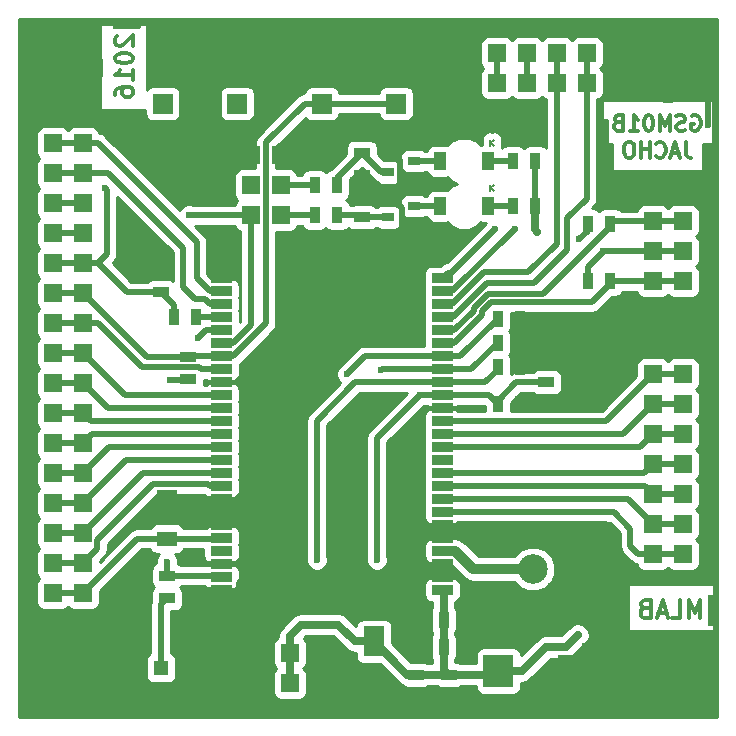
<source format=gbr>
G04 #@! TF.FileFunction,Copper,L2,Bot,Signal*
%FSLAX46Y46*%
G04 Gerber Fmt 4.6, Leading zero omitted, Abs format (unit mm)*
G04 Created by KiCad (PCBNEW 4.0.1-3.201512221401+6198~38~ubuntu15.10.1-stable) date Út 19. leden 2016, 20:27:27 CET*
%MOMM*%
G01*
G04 APERTURE LIST*
%ADD10C,0.300000*%
%ADD11C,0.150000*%
%ADD12R,2.550160X2.700020*%
%ADD13R,1.397000X0.889000*%
%ADD14R,0.889000X1.397000*%
%ADD15R,1.699260X1.300480*%
%ADD16R,1.050000X1.500000*%
%ADD17R,1.800860X2.499360*%
%ADD18R,1.524000X1.524000*%
%ADD19C,2.500000*%
%ADD20C,2.700000*%
%ADD21C,6.000000*%
%ADD22R,1.000760X0.800100*%
%ADD23R,1.676400X1.676400*%
%ADD24C,1.300000*%
%ADD25R,1.300000X1.300000*%
%ADD26C,0.600000*%
%ADD27C,0.500000*%
%ADD28C,0.700000*%
%ADD29C,0.860506*%
%ADD30C,0.254000*%
G04 APERTURE END LIST*
D10*
X57374334Y49606905D02*
X57374334Y48678333D01*
X57436238Y48492619D01*
X57560048Y48368810D01*
X57745762Y48306905D01*
X57869572Y48306905D01*
X56817191Y48678333D02*
X56198143Y48678333D01*
X56941000Y48306905D02*
X56507667Y49606905D01*
X56074334Y48306905D01*
X54898143Y48430714D02*
X54960048Y48368810D01*
X55145762Y48306905D01*
X55269572Y48306905D01*
X55455286Y48368810D01*
X55579095Y48492619D01*
X55641000Y48616429D01*
X55702905Y48864048D01*
X55702905Y49049762D01*
X55641000Y49297381D01*
X55579095Y49421190D01*
X55455286Y49545000D01*
X55269572Y49606905D01*
X55145762Y49606905D01*
X54960048Y49545000D01*
X54898143Y49483095D01*
X54341000Y48306905D02*
X54341000Y49606905D01*
X54341000Y48987857D02*
X53598143Y48987857D01*
X53598143Y48306905D02*
X53598143Y49606905D01*
X52731476Y49606905D02*
X52483857Y49606905D01*
X52360048Y49545000D01*
X52236238Y49421190D01*
X52174333Y49173571D01*
X52174333Y48740238D01*
X52236238Y48492619D01*
X52360048Y48368810D01*
X52483857Y48306905D01*
X52731476Y48306905D01*
X52855286Y48368810D01*
X52979095Y48492619D01*
X53041000Y48740238D01*
X53041000Y49173571D01*
X52979095Y49421190D01*
X52855286Y49545000D01*
X52731476Y49606905D01*
X57900523Y51831000D02*
X58024332Y51892905D01*
X58210047Y51892905D01*
X58395761Y51831000D01*
X58519570Y51707190D01*
X58581475Y51583381D01*
X58643380Y51335762D01*
X58643380Y51150048D01*
X58581475Y50902429D01*
X58519570Y50778619D01*
X58395761Y50654810D01*
X58210047Y50592905D01*
X58086237Y50592905D01*
X57900523Y50654810D01*
X57838618Y50716714D01*
X57838618Y51150048D01*
X58086237Y51150048D01*
X57343380Y50654810D02*
X57157666Y50592905D01*
X56848142Y50592905D01*
X56724332Y50654810D01*
X56662428Y50716714D01*
X56600523Y50840524D01*
X56600523Y50964333D01*
X56662428Y51088143D01*
X56724332Y51150048D01*
X56848142Y51211952D01*
X57095761Y51273857D01*
X57219570Y51335762D01*
X57281475Y51397667D01*
X57343380Y51521476D01*
X57343380Y51645286D01*
X57281475Y51769095D01*
X57219570Y51831000D01*
X57095761Y51892905D01*
X56786237Y51892905D01*
X56600523Y51831000D01*
X56043380Y50592905D02*
X56043380Y51892905D01*
X55610047Y50964333D01*
X55176714Y51892905D01*
X55176714Y50592905D01*
X54310047Y51892905D02*
X54186238Y51892905D01*
X54062428Y51831000D01*
X54000523Y51769095D01*
X53938619Y51645286D01*
X53876714Y51397667D01*
X53876714Y51088143D01*
X53938619Y50840524D01*
X54000523Y50716714D01*
X54062428Y50654810D01*
X54186238Y50592905D01*
X54310047Y50592905D01*
X54433857Y50654810D01*
X54495761Y50716714D01*
X54557666Y50840524D01*
X54619571Y51088143D01*
X54619571Y51397667D01*
X54557666Y51645286D01*
X54495761Y51769095D01*
X54433857Y51831000D01*
X54310047Y51892905D01*
X52638619Y50592905D02*
X53381476Y50592905D01*
X53010047Y50592905D02*
X53010047Y51892905D01*
X53133857Y51707190D01*
X53257666Y51583381D01*
X53381476Y51521476D01*
X51648143Y51273857D02*
X51462429Y51211952D01*
X51400524Y51150048D01*
X51338619Y51026238D01*
X51338619Y50840524D01*
X51400524Y50716714D01*
X51462429Y50654810D01*
X51586238Y50592905D01*
X52081476Y50592905D01*
X52081476Y51892905D01*
X51648143Y51892905D01*
X51524333Y51831000D01*
X51462429Y51769095D01*
X51400524Y51645286D01*
X51400524Y51521476D01*
X51462429Y51397667D01*
X51524333Y51335762D01*
X51648143Y51273857D01*
X52081476Y51273857D01*
X9227429Y58578428D02*
X9156000Y58506999D01*
X9084571Y58364142D01*
X9084571Y58006999D01*
X9156000Y57864142D01*
X9227429Y57792713D01*
X9370286Y57721285D01*
X9513143Y57721285D01*
X9727429Y57792713D01*
X10584571Y58649856D01*
X10584571Y57721285D01*
X9084571Y56792714D02*
X9084571Y56649857D01*
X9156000Y56507000D01*
X9227429Y56435571D01*
X9370286Y56364142D01*
X9656000Y56292714D01*
X10013143Y56292714D01*
X10298857Y56364142D01*
X10441714Y56435571D01*
X10513143Y56507000D01*
X10584571Y56649857D01*
X10584571Y56792714D01*
X10513143Y56935571D01*
X10441714Y57007000D01*
X10298857Y57078428D01*
X10013143Y57149857D01*
X9656000Y57149857D01*
X9370286Y57078428D01*
X9227429Y57007000D01*
X9156000Y56935571D01*
X9084571Y56792714D01*
X10584571Y54864143D02*
X10584571Y55721286D01*
X10584571Y55292714D02*
X9084571Y55292714D01*
X9298857Y55435571D01*
X9441714Y55578429D01*
X9513143Y55721286D01*
X9084571Y53578429D02*
X9084571Y53864143D01*
X9156000Y54007000D01*
X9227429Y54078429D01*
X9441714Y54221286D01*
X9727429Y54292715D01*
X10298857Y54292715D01*
X10441714Y54221286D01*
X10513143Y54149858D01*
X10584571Y54007000D01*
X10584571Y53721286D01*
X10513143Y53578429D01*
X10441714Y53507000D01*
X10298857Y53435572D01*
X9941714Y53435572D01*
X9798857Y53507000D01*
X9727429Y53578429D01*
X9656000Y53721286D01*
X9656000Y54007000D01*
X9727429Y54149858D01*
X9798857Y54221286D01*
X9941714Y54292715D01*
X58634000Y9354429D02*
X58634000Y10854429D01*
X58134000Y9783000D01*
X57634000Y10854429D01*
X57634000Y9354429D01*
X56205428Y9354429D02*
X56919714Y9354429D01*
X56919714Y10854429D01*
X55776857Y9783000D02*
X55062571Y9783000D01*
X55919714Y9354429D02*
X55419714Y10854429D01*
X54919714Y9354429D01*
X53919714Y10140143D02*
X53705428Y10068714D01*
X53634000Y9997286D01*
X53562571Y9854429D01*
X53562571Y9640143D01*
X53634000Y9497286D01*
X53705428Y9425857D01*
X53848286Y9354429D01*
X54419714Y9354429D01*
X54419714Y10854429D01*
X53919714Y10854429D01*
X53776857Y10783000D01*
X53705428Y10711571D01*
X53634000Y10568714D01*
X53634000Y10425857D01*
X53705428Y10283000D01*
X53776857Y10211571D01*
X53919714Y10140143D01*
X54419714Y10140143D01*
D11*
X40822880Y45702220D02*
X41142920Y46007020D01*
X40860980Y45717460D02*
X41135300Y45445680D01*
X40830500Y45445680D02*
X40825420Y46014640D01*
X40822880Y49512220D02*
X41142920Y49817020D01*
X40860980Y49527460D02*
X41135300Y49255680D01*
X40830500Y49255680D02*
X40825420Y49824640D01*
D12*
X47879000Y4826000D03*
X41529000Y4826000D03*
D13*
X12954000Y36893500D03*
X12954000Y38798500D03*
D14*
X36893500Y6858000D03*
X38798500Y6858000D03*
X36893500Y9144000D03*
X38798500Y9144000D03*
D13*
X34544000Y4508500D03*
X34544000Y2603500D03*
X37338000Y4508500D03*
X37338000Y2603500D03*
D14*
X41465500Y30607000D03*
X43370500Y30607000D03*
X41465500Y34671000D03*
X43370500Y34671000D03*
X41465500Y32639000D03*
X43370500Y32639000D03*
X41465500Y27432000D03*
X43370500Y27432000D03*
D13*
X45593000Y29273500D03*
X45593000Y27368500D03*
D15*
X13462000Y16029940D03*
X13462000Y19530060D03*
D16*
X36608000Y44196000D03*
X40608000Y44196000D03*
X36608000Y48006000D03*
X40608000Y48006000D03*
D17*
X30988000Y3335020D03*
X30988000Y7332980D03*
D18*
X6350000Y36830000D03*
X3810000Y36830000D03*
X6350000Y39370000D03*
X3810000Y39370000D03*
X6350000Y13970000D03*
X3810000Y13970000D03*
X6350000Y16510000D03*
X3810000Y16510000D03*
X6350000Y19050000D03*
X3810000Y19050000D03*
X6350000Y21590000D03*
X3810000Y21590000D03*
X6350000Y24130000D03*
X3810000Y24130000D03*
X6350000Y26670000D03*
X3810000Y26670000D03*
X6350000Y29210000D03*
X3810000Y29210000D03*
X6350000Y31750000D03*
X3810000Y31750000D03*
X6350000Y34290000D03*
X3810000Y34290000D03*
X23114000Y48514000D03*
X20574000Y48514000D03*
D19*
X44450000Y13462000D03*
D20*
X46990000Y10922000D03*
X41910000Y10922000D03*
X41910000Y16002000D03*
X46990000Y16002000D03*
D18*
X6350000Y11430000D03*
X3810000Y11430000D03*
X6350000Y41910000D03*
X3810000Y41910000D03*
X6350000Y44450000D03*
X3810000Y44450000D03*
X6350000Y46990000D03*
X3810000Y46990000D03*
X6350000Y49530000D03*
X3810000Y49530000D03*
X57150000Y24892000D03*
X54610000Y24892000D03*
X57150000Y27432000D03*
X54610000Y27432000D03*
X57150000Y29972000D03*
X54610000Y29972000D03*
X49022000Y57150000D03*
X49022000Y54610000D03*
X46482000Y57150000D03*
X46482000Y54610000D03*
X43942000Y57150000D03*
X43942000Y54610000D03*
X41402000Y57150000D03*
X41402000Y54610000D03*
X57150000Y14732000D03*
X54610000Y14732000D03*
X57150000Y17272000D03*
X54610000Y17272000D03*
X57150000Y19812000D03*
X54610000Y19812000D03*
X57150000Y22352000D03*
X54610000Y22352000D03*
X57150000Y40386000D03*
X54610000Y40386000D03*
X57150000Y37846000D03*
X54610000Y37846000D03*
X57150000Y42926000D03*
X54610000Y42926000D03*
X57150000Y45466000D03*
X54610000Y45466000D03*
X57150000Y35306000D03*
X54610000Y35306000D03*
X23114000Y43434000D03*
X20574000Y43434000D03*
X23114000Y45974000D03*
X20574000Y45974000D03*
X21336000Y3810000D03*
X21336000Y6350000D03*
X23876000Y3810000D03*
X23876000Y6350000D03*
X26416000Y3810000D03*
X26416000Y6350000D03*
D14*
X14033500Y34798000D03*
X15938500Y34798000D03*
D21*
X5080000Y55880000D03*
X55880000Y5080000D03*
X55880000Y55880000D03*
X5080000Y5080000D03*
D22*
X34373820Y44196000D03*
X32174180Y45148500D03*
X32174180Y43243500D03*
X34373820Y48006000D03*
X32174180Y48958500D03*
X32174180Y47053500D03*
D13*
X13462000Y12890500D03*
X13462000Y10985500D03*
X15240000Y29527500D03*
X15240000Y31432500D03*
D14*
X49085500Y42672000D03*
X50990500Y42672000D03*
X49085500Y37846000D03*
X50990500Y37846000D03*
X44640500Y44196000D03*
X42735500Y44196000D03*
X44640500Y48006000D03*
X42735500Y48006000D03*
D13*
X29972000Y43243500D03*
X29972000Y45148500D03*
X29972000Y48704500D03*
X29972000Y46799500D03*
D14*
X25971500Y43434000D03*
X27876500Y43434000D03*
X25971500Y45974000D03*
X27876500Y45974000D03*
D23*
X32868000Y57368000D03*
X32868000Y52868000D03*
X26568000Y57368000D03*
X26568000Y52868000D03*
X19406000Y57368000D03*
X19406000Y52868000D03*
X13106000Y57368000D03*
X13106000Y52868000D03*
D10*
G36*
X17182000Y11292000D02*
X17182000Y12092000D01*
X18982000Y12092000D01*
X18982000Y11292000D01*
X17182000Y11292000D01*
X17182000Y11292000D01*
G37*
G36*
X17182000Y12392000D02*
X17182000Y13192000D01*
X18982000Y13192000D01*
X18982000Y12392000D01*
X17182000Y12392000D01*
X17182000Y12392000D01*
G37*
G36*
X17182000Y13492000D02*
X17182000Y14292000D01*
X18982000Y14292000D01*
X18982000Y13492000D01*
X17182000Y13492000D01*
X17182000Y13492000D01*
G37*
G36*
X17182000Y14592000D02*
X17182000Y15392000D01*
X18982000Y15392000D01*
X18982000Y14592000D01*
X17182000Y14592000D01*
X17182000Y14592000D01*
G37*
G36*
X17182000Y15692000D02*
X17182000Y16492000D01*
X18982000Y16492000D01*
X18982000Y15692000D01*
X17182000Y15692000D01*
X17182000Y15692000D01*
G37*
G36*
X17182000Y16792000D02*
X17182000Y17592000D01*
X18982000Y17592000D01*
X18982000Y16792000D01*
X17182000Y16792000D01*
X17182000Y16792000D01*
G37*
G36*
X17182000Y17892000D02*
X17182000Y18692000D01*
X18982000Y18692000D01*
X18982000Y17892000D01*
X17182000Y17892000D01*
X17182000Y17892000D01*
G37*
G36*
X17182000Y18992000D02*
X17182000Y19792000D01*
X18982000Y19792000D01*
X18982000Y18992000D01*
X17182000Y18992000D01*
X17182000Y18992000D01*
G37*
G36*
X17182000Y20092000D02*
X17182000Y20892000D01*
X18982000Y20892000D01*
X18982000Y20092000D01*
X17182000Y20092000D01*
X17182000Y20092000D01*
G37*
G36*
X17182000Y21192000D02*
X17182000Y21992000D01*
X18982000Y21992000D01*
X18982000Y21192000D01*
X17182000Y21192000D01*
X17182000Y21192000D01*
G37*
G36*
X17182000Y22292000D02*
X17182000Y23092000D01*
X18982000Y23092000D01*
X18982000Y22292000D01*
X17182000Y22292000D01*
X17182000Y22292000D01*
G37*
G36*
X17182000Y23392000D02*
X17182000Y24192000D01*
X18982000Y24192000D01*
X18982000Y23392000D01*
X17182000Y23392000D01*
X17182000Y23392000D01*
G37*
G36*
X17182000Y24492000D02*
X17182000Y25292000D01*
X18982000Y25292000D01*
X18982000Y24492000D01*
X17182000Y24492000D01*
X17182000Y24492000D01*
G37*
G36*
X17182000Y25592000D02*
X17182000Y26392000D01*
X18982000Y26392000D01*
X18982000Y25592000D01*
X17182000Y25592000D01*
X17182000Y25592000D01*
G37*
G36*
X17182000Y26692000D02*
X17182000Y27492000D01*
X18982000Y27492000D01*
X18982000Y26692000D01*
X17182000Y26692000D01*
X17182000Y26692000D01*
G37*
G36*
X17182000Y27792000D02*
X17182000Y28592000D01*
X18982000Y28592000D01*
X18982000Y27792000D01*
X17182000Y27792000D01*
X17182000Y27792000D01*
G37*
G36*
X17182000Y28892000D02*
X17182000Y29692000D01*
X18982000Y29692000D01*
X18982000Y28892000D01*
X17182000Y28892000D01*
X17182000Y28892000D01*
G37*
G36*
X17182000Y29992000D02*
X17182000Y30792000D01*
X18982000Y30792000D01*
X18982000Y29992000D01*
X17182000Y29992000D01*
X17182000Y29992000D01*
G37*
G36*
X17182000Y31092000D02*
X17182000Y31892000D01*
X18982000Y31892000D01*
X18982000Y31092000D01*
X17182000Y31092000D01*
X17182000Y31092000D01*
G37*
G36*
X17182000Y32192000D02*
X17182000Y32992000D01*
X18982000Y32992000D01*
X18982000Y32192000D01*
X17182000Y32192000D01*
X17182000Y32192000D01*
G37*
G36*
X17182000Y33292000D02*
X17182000Y34092000D01*
X18982000Y34092000D01*
X18982000Y33292000D01*
X17182000Y33292000D01*
X17182000Y33292000D01*
G37*
G36*
X17182000Y34392000D02*
X17182000Y35192000D01*
X18982000Y35192000D01*
X18982000Y34392000D01*
X17182000Y34392000D01*
X17182000Y34392000D01*
G37*
G36*
X17182000Y35492000D02*
X17182000Y36292000D01*
X18982000Y36292000D01*
X18982000Y35492000D01*
X17182000Y35492000D01*
X17182000Y35492000D01*
G37*
G36*
X17182000Y36592000D02*
X17182000Y37392000D01*
X18982000Y37392000D01*
X18982000Y36592000D01*
X17182000Y36592000D01*
X17182000Y36592000D01*
G37*
G36*
X17182000Y37692000D02*
X17182000Y38492000D01*
X18982000Y38492000D01*
X18982000Y37692000D01*
X17182000Y37692000D01*
X17182000Y37692000D01*
G37*
G36*
X35882000Y37692000D02*
X35882000Y38492000D01*
X37682000Y38492000D01*
X37682000Y37692000D01*
X35882000Y37692000D01*
X35882000Y37692000D01*
G37*
G36*
X35882000Y36592000D02*
X35882000Y37392000D01*
X37682000Y37392000D01*
X37682000Y36592000D01*
X35882000Y36592000D01*
X35882000Y36592000D01*
G37*
G36*
X35882000Y35492000D02*
X35882000Y36292000D01*
X37682000Y36292000D01*
X37682000Y35492000D01*
X35882000Y35492000D01*
X35882000Y35492000D01*
G37*
G36*
X35882000Y34392000D02*
X35882000Y35192000D01*
X37682000Y35192000D01*
X37682000Y34392000D01*
X35882000Y34392000D01*
X35882000Y34392000D01*
G37*
G36*
X35882000Y33292000D02*
X35882000Y34092000D01*
X37682000Y34092000D01*
X37682000Y33292000D01*
X35882000Y33292000D01*
X35882000Y33292000D01*
G37*
G36*
X35882000Y32192000D02*
X35882000Y32992000D01*
X37682000Y32992000D01*
X37682000Y32192000D01*
X35882000Y32192000D01*
X35882000Y32192000D01*
G37*
G36*
X35882000Y31092000D02*
X35882000Y31892000D01*
X37682000Y31892000D01*
X37682000Y31092000D01*
X35882000Y31092000D01*
X35882000Y31092000D01*
G37*
G36*
X35882000Y29992000D02*
X35882000Y30792000D01*
X37682000Y30792000D01*
X37682000Y29992000D01*
X35882000Y29992000D01*
X35882000Y29992000D01*
G37*
G36*
X35882000Y28892000D02*
X35882000Y29692000D01*
X37682000Y29692000D01*
X37682000Y28892000D01*
X35882000Y28892000D01*
X35882000Y28892000D01*
G37*
G36*
X35882000Y27792000D02*
X35882000Y28592000D01*
X37682000Y28592000D01*
X37682000Y27792000D01*
X35882000Y27792000D01*
X35882000Y27792000D01*
G37*
G36*
X35882000Y26692000D02*
X35882000Y27492000D01*
X37682000Y27492000D01*
X37682000Y26692000D01*
X35882000Y26692000D01*
X35882000Y26692000D01*
G37*
G36*
X35882000Y25592000D02*
X35882000Y26392000D01*
X37682000Y26392000D01*
X37682000Y25592000D01*
X35882000Y25592000D01*
X35882000Y25592000D01*
G37*
G36*
X35882000Y24492000D02*
X35882000Y25292000D01*
X37682000Y25292000D01*
X37682000Y24492000D01*
X35882000Y24492000D01*
X35882000Y24492000D01*
G37*
G36*
X35882000Y23392000D02*
X35882000Y24192000D01*
X37682000Y24192000D01*
X37682000Y23392000D01*
X35882000Y23392000D01*
X35882000Y23392000D01*
G37*
G36*
X35882000Y22292000D02*
X35882000Y23092000D01*
X37682000Y23092000D01*
X37682000Y22292000D01*
X35882000Y22292000D01*
X35882000Y22292000D01*
G37*
G36*
X35882000Y21192000D02*
X35882000Y21992000D01*
X37682000Y21992000D01*
X37682000Y21192000D01*
X35882000Y21192000D01*
X35882000Y21192000D01*
G37*
G36*
X35882000Y20092000D02*
X35882000Y20892000D01*
X37682000Y20892000D01*
X37682000Y20092000D01*
X35882000Y20092000D01*
X35882000Y20092000D01*
G37*
G36*
X35882000Y18992000D02*
X35882000Y19792000D01*
X37682000Y19792000D01*
X37682000Y18992000D01*
X35882000Y18992000D01*
X35882000Y18992000D01*
G37*
G36*
X35882000Y17892000D02*
X35882000Y18692000D01*
X37682000Y18692000D01*
X37682000Y17892000D01*
X35882000Y17892000D01*
X35882000Y17892000D01*
G37*
G36*
X35882000Y16792000D02*
X35882000Y17592000D01*
X37682000Y17592000D01*
X37682000Y16792000D01*
X35882000Y16792000D01*
X35882000Y16792000D01*
G37*
G36*
X35882000Y15692000D02*
X35882000Y16492000D01*
X37682000Y16492000D01*
X37682000Y15692000D01*
X35882000Y15692000D01*
X35882000Y15692000D01*
G37*
G36*
X35882000Y14592000D02*
X35882000Y15392000D01*
X37682000Y15392000D01*
X37682000Y14592000D01*
X35882000Y14592000D01*
X35882000Y14592000D01*
G37*
G36*
X35882000Y13492000D02*
X35882000Y14292000D01*
X37682000Y14292000D01*
X37682000Y13492000D01*
X35882000Y13492000D01*
X35882000Y13492000D01*
G37*
G36*
X35882000Y12392000D02*
X35882000Y13192000D01*
X37682000Y13192000D01*
X37682000Y12392000D01*
X35882000Y12392000D01*
X35882000Y12392000D01*
G37*
G36*
X35882000Y11292000D02*
X35882000Y12092000D01*
X37682000Y12092000D01*
X37682000Y11292000D01*
X35882000Y11292000D01*
X35882000Y11292000D01*
G37*
D24*
X16454000Y5080000D03*
D25*
X12954000Y5080000D03*
D26*
X39243000Y56642000D03*
X39243000Y54229000D03*
X39878000Y52070000D03*
X39878000Y50292000D03*
X38354000Y50292000D03*
X36830000Y50292000D03*
X35179000Y49530000D03*
X53340000Y32131000D03*
X52070000Y31496000D03*
X50038000Y31496000D03*
X48641000Y31496000D03*
X48641000Y32639000D03*
X48641000Y33782000D03*
X48641000Y34925000D03*
X16891000Y51689000D03*
X17018000Y50292000D03*
X17018000Y48641000D03*
X17018000Y47117000D03*
X1524000Y53086000D03*
X1397000Y54991000D03*
X1397000Y56642000D03*
X1524000Y58293000D03*
X1651000Y59563000D03*
X3302000Y59563000D03*
X5207000Y59563000D03*
X6985000Y59563000D03*
X9144000Y59436000D03*
X11049000Y59436000D03*
X12700000Y59436000D03*
X14478000Y59436000D03*
X16383000Y59436000D03*
X18288000Y59436000D03*
X20066000Y59436000D03*
X21844000Y59309000D03*
X23241000Y59309000D03*
X24765000Y59309000D03*
X26289000Y59309000D03*
X27940000Y59309000D03*
X29845000Y59309000D03*
X32385000Y59309000D03*
X35052000Y59309000D03*
X37973000Y59309000D03*
X40386000Y59309000D03*
X42291000Y59309000D03*
X48768000Y59690000D03*
X51054000Y59690000D03*
X53340000Y59563000D03*
X55372000Y59563000D03*
X57150000Y59563000D03*
X59563000Y57912000D03*
X59309000Y53086000D03*
X59309000Y51054000D03*
X59309000Y49149000D03*
X59309000Y47244000D03*
X59309000Y45212000D03*
X59309000Y43180000D03*
X59182000Y37846000D03*
X59182000Y35306000D03*
X59182000Y32131000D03*
X59436000Y29972000D03*
X59436000Y27432000D03*
X59436000Y25019000D03*
X59436000Y22225000D03*
X59436000Y19812000D03*
X54229000Y12827000D03*
X57404000Y12827000D03*
X59563000Y12827000D03*
X59563000Y11049000D03*
X59563000Y8890000D03*
X59563000Y7239000D03*
X59563000Y5588000D03*
X59563000Y3302000D03*
X59309000Y1524000D03*
X56642000Y1397000D03*
X54864000Y1397000D03*
X53340000Y1397000D03*
X51943000Y1397000D03*
X50673000Y1397000D03*
X18034000Y1270000D03*
X16510000Y1270000D03*
X14224000Y1524000D03*
X10414000Y1397000D03*
X8509000Y1397000D03*
X6477000Y1397000D03*
X4064000Y1397000D03*
X1778000Y1778000D03*
X1651000Y7747000D03*
X1651000Y9525000D03*
X1651000Y11430000D03*
X1651000Y13970000D03*
X1651000Y16637000D03*
X1651000Y19050000D03*
X1651000Y21590000D03*
X1651000Y24130000D03*
X1651000Y26670000D03*
X1651000Y29210000D03*
X1651000Y31750000D03*
X1651000Y34290000D03*
X1651000Y36830000D03*
X1651000Y39370000D03*
X1651000Y41910000D03*
X1651000Y44450000D03*
X1651000Y46990000D03*
X1651000Y49530000D03*
X1651000Y51562000D03*
X3683000Y51562000D03*
X5080000Y51562000D03*
X6350000Y51562000D03*
X8001000Y51562000D03*
X11176000Y9652000D03*
X8636000Y9779000D03*
X15113000Y11684000D03*
X27432000Y23368000D03*
X27432000Y25146000D03*
X29845000Y16383000D03*
X29845000Y18796000D03*
X29845000Y20701000D03*
X29845000Y22479000D03*
X29845000Y24892000D03*
X32131000Y27940000D03*
X30099000Y27940000D03*
X35179000Y17018000D03*
X34798000Y18669000D03*
X34798000Y20066000D03*
X34798000Y21717000D03*
X34798000Y23114000D03*
X34798000Y24511000D03*
X34798000Y26416000D03*
X33782000Y25273000D03*
X32512000Y24130000D03*
X32512000Y22098000D03*
X32512000Y20701000D03*
X32512000Y18923000D03*
X32512000Y17653000D03*
X32512000Y16002000D03*
X32512000Y14224000D03*
X34925000Y14224000D03*
X34925000Y16002000D03*
X58039000Y32893000D03*
X56515000Y32893000D03*
X54483000Y32766000D03*
X44450000Y27940000D03*
X44831000Y34798000D03*
X44831000Y33528000D03*
X44831000Y32258000D03*
X44831000Y30861000D03*
X51054000Y53467000D03*
X50673000Y51308000D03*
X50673000Y49403000D03*
X50165000Y47625000D03*
X50165000Y45847000D03*
X52070000Y45847000D03*
X19431000Y3302000D03*
X19685000Y5207000D03*
X19304000Y7366000D03*
X27813000Y6604000D03*
X28575000Y5588000D03*
X28575000Y3683000D03*
X29591000Y1397000D03*
X34036000Y1397000D03*
X35814000Y1397000D03*
X37719000Y1397000D03*
X48895000Y6985000D03*
X49784000Y6350000D03*
X49784000Y5080000D03*
X49784000Y3937000D03*
X49784000Y2794000D03*
X41402000Y2286000D03*
X44323000Y2286000D03*
X47117000Y2540000D03*
X25146000Y48895000D03*
X24765000Y50038000D03*
X25273000Y51054000D03*
X26797000Y51054000D03*
X28321000Y51054000D03*
X28321000Y48895000D03*
X27178000Y47879000D03*
X25527000Y47879000D03*
X34290000Y42037000D03*
X35052000Y42672000D03*
X36576000Y42545000D03*
X37846000Y41910000D03*
X39243000Y41910000D03*
X38227000Y41021000D03*
X37084000Y39751000D03*
X35560000Y39497000D03*
X35052000Y38481000D03*
X34925000Y36957000D03*
X34925000Y35560000D03*
X34925000Y34290000D03*
X34925000Y32639000D03*
X32131000Y32512000D03*
X29972000Y34925000D03*
X31496000Y34925000D03*
X32258000Y36195000D03*
X32385000Y37338000D03*
X32385000Y38989000D03*
X30353000Y39116000D03*
X28575000Y38989000D03*
X26670000Y38989000D03*
X24892000Y38989000D03*
X23114000Y39116000D03*
X23241000Y40386000D03*
X23241000Y41656000D03*
X25019000Y41656000D03*
X27051000Y41656000D03*
X28702000Y41783000D03*
X30099000Y41783000D03*
X31623000Y41783000D03*
X19558000Y11430000D03*
X19558000Y10287000D03*
X20701000Y10287000D03*
X22098000Y10287000D03*
X22098000Y11430000D03*
X21844000Y12954000D03*
X22225000Y13716000D03*
X23241000Y13843000D03*
X24892000Y14986000D03*
X25019000Y16383000D03*
X25019000Y17653000D03*
X25019000Y18923000D03*
X25019000Y20574000D03*
X25019000Y22098000D03*
X25019000Y23368000D03*
X25019000Y24638000D03*
X25019000Y25781000D03*
X25146000Y27432000D03*
X26416000Y27940000D03*
X27559000Y29083000D03*
X27559000Y30607000D03*
X28702000Y31623000D03*
X28067000Y32258000D03*
X27178000Y33147000D03*
X26289000Y34036000D03*
X25654000Y35052000D03*
X24257000Y35052000D03*
X22987000Y35052000D03*
X22987000Y33655000D03*
X21844000Y32512000D03*
X20828000Y31496000D03*
X19939000Y30353000D03*
X19939000Y28702000D03*
X19939000Y27178000D03*
X19939000Y25908000D03*
X19939000Y24638000D03*
X19939000Y23241000D03*
X19939000Y21971000D03*
X19939000Y20701000D03*
X11938000Y17780000D03*
X11811000Y17018000D03*
X10414000Y17018000D03*
X16510000Y17399000D03*
X14859000Y17399000D03*
X14864715Y19392000D03*
X16423011Y19392000D03*
X19939000Y19812000D03*
X19558000Y18669000D03*
X19558000Y17653000D03*
X19812000Y16637000D03*
X19812000Y15240000D03*
X19812000Y12573000D03*
X19812000Y13970000D03*
X15875000Y14859000D03*
X14732000Y14097000D03*
X24511000Y10033000D03*
X25527000Y10033000D03*
X27178000Y10033000D03*
X28448000Y9906000D03*
X29337000Y9525000D03*
X31115000Y9525000D03*
X32766000Y9525000D03*
X32766000Y7366000D03*
X33401000Y6731000D03*
X34290000Y5842000D03*
X34925000Y6604000D03*
X34925000Y7747000D03*
X34925000Y9017000D03*
X34925000Y10541000D03*
X34925000Y12827000D03*
X38735000Y11430000D03*
X40005000Y11303000D03*
X44450000Y10922000D03*
X46990000Y13462000D03*
X44450000Y15875000D03*
X44450000Y17145000D03*
X40259000Y17145000D03*
X39116000Y17145000D03*
X38227000Y16637000D03*
X39243000Y15875000D03*
X40132000Y14986000D03*
X33274000Y41402000D03*
X19431000Y39619042D03*
X19177000Y40767000D03*
X19431000Y38481000D03*
X18542000Y42164000D03*
X17272000Y42164000D03*
X17272000Y41021000D03*
X17272000Y39878000D03*
X17272000Y38862000D03*
X11557000Y38100000D03*
X10668000Y38100000D03*
X9779000Y40767000D03*
X10414000Y41402000D03*
X11557000Y40767000D03*
X12954000Y40894000D03*
X44831000Y42037000D03*
X48260000Y7874000D03*
X8255000Y45720000D03*
X26162000Y14224000D03*
X28702000Y29972000D03*
X31623000Y30353000D03*
X34863965Y28192000D03*
X31242000Y14224000D03*
X15367000Y43434000D03*
X16129000Y33020000D03*
X42926000Y42291000D03*
X41275000Y42291000D03*
X50419000Y40386000D03*
X48387000Y41402000D03*
X13716000Y29464000D03*
X13462000Y14097000D03*
D27*
X39243000Y54229000D02*
X39243000Y56642000D01*
X39878000Y50292000D02*
X39878000Y52070000D01*
X36830000Y50292000D02*
X38354000Y50292000D01*
X28321000Y51054000D02*
X33655000Y51054000D01*
X33655000Y51054000D02*
X35179000Y49530000D01*
X50038000Y31496000D02*
X52070000Y31496000D01*
X48641000Y32639000D02*
X48641000Y31496000D01*
X48641000Y34925000D02*
X48641000Y33782000D01*
X17018000Y50292000D02*
X17018000Y51562000D01*
X17018000Y51562000D02*
X16891000Y51689000D01*
X17018000Y47117000D02*
X17018000Y48641000D01*
X1397000Y54991000D02*
X1397000Y53213000D01*
X1397000Y53213000D02*
X1524000Y53086000D01*
X1524000Y58293000D02*
X1524000Y56769000D01*
X1524000Y56769000D02*
X1397000Y56642000D01*
X3302000Y59563000D02*
X1651000Y59563000D01*
X6985000Y59563000D02*
X5207000Y59563000D01*
X11049000Y59436000D02*
X9144000Y59436000D01*
X14478000Y59436000D02*
X12700000Y59436000D01*
X18288000Y59436000D02*
X16383000Y59436000D01*
X21844000Y59309000D02*
X20193000Y59309000D01*
X20193000Y59309000D02*
X20066000Y59436000D01*
X24765000Y59309000D02*
X23241000Y59309000D01*
X27940000Y59309000D02*
X26289000Y59309000D01*
X32385000Y59309000D02*
X29845000Y59309000D01*
X37973000Y59309000D02*
X35052000Y59309000D01*
X42291000Y59309000D02*
X40386000Y59309000D01*
X51054000Y59690000D02*
X48768000Y59690000D01*
X55372000Y59563000D02*
X53340000Y59563000D01*
X59563000Y57912000D02*
X58801000Y57912000D01*
X58801000Y57912000D02*
X57150000Y59563000D01*
X59309000Y51054000D02*
X59309000Y53086000D01*
X59309000Y47244000D02*
X59309000Y49149000D01*
X59309000Y43180000D02*
X59309000Y45212000D01*
X59182000Y37846000D02*
X59182000Y40386000D01*
X59182000Y32131000D02*
X59182000Y35306000D01*
X59436000Y27432000D02*
X59436000Y29972000D01*
X59436000Y22225000D02*
X59436000Y25019000D01*
X59563000Y12827000D02*
X59563000Y19685000D01*
X59563000Y19685000D02*
X59436000Y19812000D01*
X59563000Y12827000D02*
X57404000Y12827000D01*
X59563000Y8890000D02*
X59563000Y11049000D01*
X59563000Y5588000D02*
X59563000Y7239000D01*
X59309000Y1524000D02*
X59309000Y3048000D01*
X59309000Y3048000D02*
X59563000Y3302000D01*
X54864000Y1397000D02*
X56642000Y1397000D01*
X51943000Y1397000D02*
X53340000Y1397000D01*
X49784000Y2794000D02*
X49784000Y2286000D01*
X49784000Y2286000D02*
X50673000Y1397000D01*
X14224000Y1524000D02*
X16256000Y1524000D01*
X16256000Y1524000D02*
X16510000Y1270000D01*
X8509000Y1397000D02*
X10414000Y1397000D01*
X4064000Y1397000D02*
X6477000Y1397000D01*
X1651000Y7747000D02*
X1651000Y1905000D01*
X1651000Y1905000D02*
X1778000Y1778000D01*
X1651000Y11430000D02*
X1651000Y9525000D01*
X1651000Y16637000D02*
X1651000Y13970000D01*
X1651000Y21590000D02*
X1651000Y19050000D01*
X1651000Y26670000D02*
X1651000Y24130000D01*
X1651000Y31750000D02*
X1651000Y29210000D01*
X1651000Y36830000D02*
X1651000Y34290000D01*
X1651000Y41910000D02*
X1651000Y39370000D01*
X1651000Y46990000D02*
X1651000Y44450000D01*
X1651000Y51562000D02*
X1651000Y49530000D01*
X5080000Y51562000D02*
X3683000Y51562000D01*
X8001000Y51562000D02*
X6350000Y51562000D01*
X8636000Y9779000D02*
X11049000Y9779000D01*
X11049000Y9779000D02*
X11176000Y9652000D01*
X18082000Y11692000D02*
X15121000Y11692000D01*
X15121000Y11692000D02*
X15113000Y11684000D01*
X29845000Y24892000D02*
X27686000Y24892000D01*
X27686000Y24892000D02*
X27432000Y25146000D01*
X29845000Y20701000D02*
X29845000Y18796000D01*
X29845000Y24892000D02*
X29845000Y22479000D01*
X30099000Y27940000D02*
X32131000Y27940000D01*
X34798000Y18669000D02*
X34798000Y17399000D01*
X34798000Y17399000D02*
X35179000Y17018000D01*
X34798000Y21717000D02*
X34798000Y20066000D01*
X34798000Y24511000D02*
X34798000Y23114000D01*
X33782000Y25273000D02*
X33782000Y25400000D01*
X33782000Y25400000D02*
X34798000Y26416000D01*
X32512000Y22098000D02*
X32512000Y24130000D01*
X32512000Y18923000D02*
X32512000Y20701000D01*
X32512000Y16002000D02*
X32512000Y17653000D01*
X34925000Y14224000D02*
X32512000Y14224000D01*
X36782000Y16092000D02*
X35015000Y16092000D01*
X35015000Y16092000D02*
X34925000Y16002000D01*
X54483000Y32766000D02*
X56388000Y32766000D01*
X56388000Y32766000D02*
X56515000Y32893000D01*
X45593000Y27368500D02*
X45021500Y27368500D01*
X45021500Y27368500D02*
X44450000Y27940000D01*
X44831000Y32258000D02*
X44831000Y33528000D01*
X43370500Y30607000D02*
X44577000Y30607000D01*
X44577000Y30607000D02*
X44831000Y30861000D01*
X50673000Y49403000D02*
X50673000Y51308000D01*
X50165000Y45847000D02*
X50165000Y47625000D01*
X54610000Y45212000D02*
X52705000Y45212000D01*
X52705000Y45212000D02*
X52070000Y45847000D01*
X19304000Y7366000D02*
X19304000Y5588000D01*
X19304000Y5588000D02*
X19685000Y5207000D01*
X28575000Y5588000D02*
X28575000Y5842000D01*
X28575000Y5842000D02*
X27813000Y6604000D01*
X29591000Y1397000D02*
X29591000Y2667000D01*
X29591000Y2667000D02*
X28575000Y3683000D01*
X35814000Y1397000D02*
X34036000Y1397000D01*
X41402000Y2286000D02*
X38608000Y2286000D01*
X38608000Y2286000D02*
X37719000Y1397000D01*
X49784000Y5080000D02*
X49784000Y6350000D01*
X49784000Y2794000D02*
X49784000Y3937000D01*
X44323000Y2286000D02*
X41402000Y2286000D01*
X47879000Y4826000D02*
X47879000Y3302000D01*
X47879000Y3302000D02*
X47117000Y2540000D01*
X24765000Y50038000D02*
X24257000Y49784000D01*
X24257000Y49784000D02*
X25146000Y48895000D01*
X26797000Y51054000D02*
X25273000Y51054000D01*
X28321000Y48895000D02*
X28321000Y51054000D01*
X25527000Y47879000D02*
X27178000Y47879000D01*
X35052000Y42672000D02*
X34925000Y42672000D01*
X34925000Y42672000D02*
X34290000Y42037000D01*
X37846000Y41910000D02*
X37211000Y41910000D01*
X37211000Y41910000D02*
X36576000Y42545000D01*
X38227000Y41021000D02*
X38354000Y41021000D01*
X38354000Y41021000D02*
X39243000Y41910000D01*
X35560000Y39497000D02*
X36830000Y39497000D01*
X36830000Y39497000D02*
X37084000Y39751000D01*
X34925000Y36957000D02*
X34925000Y38354000D01*
X34925000Y38354000D02*
X35052000Y38481000D01*
X34925000Y34290000D02*
X34925000Y35560000D01*
X32131000Y32512000D02*
X34798000Y32512000D01*
X34798000Y32512000D02*
X34925000Y32639000D01*
X31496000Y34925000D02*
X29972000Y34925000D01*
X32385000Y37338000D02*
X32385000Y36322000D01*
X32385000Y36322000D02*
X32258000Y36195000D01*
X30353000Y39116000D02*
X32258000Y39116000D01*
X32258000Y39116000D02*
X32385000Y38989000D01*
X26670000Y38989000D02*
X28575000Y38989000D01*
X23114000Y39116000D02*
X24765000Y39116000D01*
X24765000Y39116000D02*
X24892000Y38989000D01*
X23241000Y41656000D02*
X23241000Y40386000D01*
X27051000Y41656000D02*
X25019000Y41656000D01*
X30099000Y41783000D02*
X28702000Y41783000D01*
X33274000Y41402000D02*
X32004000Y41402000D01*
X32004000Y41402000D02*
X31623000Y41783000D01*
X19558000Y11430000D02*
X19558000Y12319000D01*
X19558000Y12319000D02*
X19812000Y12573000D01*
X20701000Y10287000D02*
X19558000Y10287000D01*
X24511000Y10033000D02*
X22352000Y10033000D01*
X22352000Y10033000D02*
X22098000Y10287000D01*
X22225000Y13716000D02*
X22225000Y13335000D01*
X22225000Y13335000D02*
X21844000Y12954000D01*
X24892000Y14224000D02*
X24511000Y13843000D01*
X24511000Y13843000D02*
X23241000Y13843000D01*
X24892000Y14986000D02*
X24892000Y14224000D01*
X25019000Y17653000D02*
X25019000Y16383000D01*
X25019000Y20574000D02*
X25019000Y18923000D01*
X25019000Y23368000D02*
X25019000Y22098000D01*
X25019000Y25781000D02*
X25019000Y24638000D01*
X26416000Y27940000D02*
X25654000Y27940000D01*
X25654000Y27940000D02*
X25146000Y27432000D01*
X27559000Y30607000D02*
X27559000Y29083000D01*
X28067000Y32258000D02*
X28702000Y31623000D01*
X26289000Y34036000D02*
X27178000Y33147000D01*
X24257000Y35052000D02*
X25654000Y35052000D01*
X22987000Y33655000D02*
X22987000Y35052000D01*
X20828000Y31496000D02*
X21844000Y32512000D01*
X19939000Y28702000D02*
X19939000Y30353000D01*
X19939000Y25908000D02*
X19939000Y27178000D01*
X19939000Y23241000D02*
X19939000Y24638000D01*
X19939000Y20701000D02*
X19939000Y21971000D01*
X11811000Y17018000D02*
X11811000Y17653000D01*
X11811000Y17653000D02*
X11938000Y17780000D01*
X13462000Y19530060D02*
X12926060Y19530060D01*
X12926060Y19530060D02*
X10414000Y17018000D01*
X14864715Y19392000D02*
X14864715Y17404715D01*
X14864715Y17404715D02*
X14859000Y17399000D01*
X14864715Y19392000D02*
X13600060Y19392000D01*
X18082000Y19392000D02*
X16423011Y19392000D01*
X19558000Y17653000D02*
X19558000Y18669000D01*
X19812000Y15240000D02*
X19812000Y16637000D01*
X19812000Y12573000D02*
X19812000Y13970000D01*
X18082000Y13892000D02*
X19734000Y13892000D01*
X19734000Y13892000D02*
X19812000Y13970000D01*
X18082000Y13892000D02*
X14937000Y13892000D01*
X14937000Y13892000D02*
X14732000Y14097000D01*
X25527000Y10033000D02*
X24384000Y10033000D01*
X24384000Y10033000D02*
X24130000Y9779000D01*
X27896736Y10033000D02*
X27178000Y10033000D01*
X28448000Y9906000D02*
X28023736Y9906000D01*
X28023736Y9906000D02*
X27896736Y10033000D01*
X31115000Y9525000D02*
X29337000Y9525000D01*
X32766000Y7366000D02*
X32766000Y9525000D01*
X34290000Y5842000D02*
X33401000Y6731000D01*
X34925000Y7747000D02*
X34925000Y6604000D01*
X34925000Y10541000D02*
X34925000Y9017000D01*
X36782000Y12792000D02*
X34960000Y12792000D01*
X34960000Y12792000D02*
X34925000Y12827000D01*
X40005000Y11303000D02*
X38862000Y11303000D01*
X38862000Y11303000D02*
X38735000Y11430000D01*
X46990000Y10922000D02*
X44450000Y10922000D01*
X46990000Y16002000D02*
X46990000Y13462000D01*
X40259000Y17145000D02*
X44450000Y17145000D01*
X38227000Y16637000D02*
X38608000Y16637000D01*
X38608000Y16637000D02*
X39116000Y17145000D01*
X40132000Y14986000D02*
X39243000Y15875000D01*
X33401000Y44022010D02*
X33401000Y41529000D01*
X33401000Y41529000D02*
X33274000Y41402000D01*
X32274510Y45148500D02*
X33401000Y44022010D01*
X32174180Y45148500D02*
X32274510Y45148500D01*
X32274510Y45148500D02*
X33174560Y46048550D01*
X33174560Y46048550D02*
X33174560Y48058450D01*
X33174560Y48058450D02*
X32274510Y48958500D01*
X32274510Y48958500D02*
X32174180Y48958500D01*
X19177000Y40767000D02*
X19177000Y39873042D01*
X19177000Y39873042D02*
X19431000Y39619042D01*
X18542000Y42164000D02*
X18542000Y39370000D01*
X18542000Y39370000D02*
X19431000Y38481000D01*
X17272000Y42164000D02*
X18542000Y42164000D01*
X17272000Y39878000D02*
X17272000Y41021000D01*
X18082000Y38092000D02*
X18042000Y38092000D01*
X18042000Y38092000D02*
X17272000Y38862000D01*
X9779000Y40767000D02*
X9779000Y40640000D01*
X9779000Y40640000D02*
X10668000Y38100000D01*
X11557000Y40767000D02*
X10541000Y41529000D01*
X10541000Y41529000D02*
X10414000Y41402000D01*
X12954000Y38798500D02*
X12954000Y40894000D01*
X13600060Y19392000D02*
X13462000Y19530060D01*
X12954000Y5080000D02*
X12954000Y10477500D01*
X12954000Y10477500D02*
X13462000Y10985500D01*
D28*
X44640500Y44196000D02*
X44640500Y42227500D01*
X44640500Y42227500D02*
X44831000Y42037000D01*
X45536080Y6858000D02*
X47244000Y6858000D01*
X47244000Y6858000D02*
X48260000Y7874000D01*
X41529000Y4826000D02*
X43504080Y4826000D01*
X43504080Y4826000D02*
X45536080Y6858000D01*
D27*
X41656000Y4699000D02*
X41529000Y4826000D01*
X36790000Y11684000D02*
X36782000Y11692000D01*
X44640500Y48006000D02*
X44640500Y44196000D01*
D28*
X36893500Y9144000D02*
X36893500Y11580500D01*
X36893500Y11580500D02*
X36782000Y11692000D01*
X36893500Y6858000D02*
X36893500Y9144000D01*
X36893500Y6858000D02*
X36893500Y4953000D01*
X36893500Y4953000D02*
X37338000Y4508500D01*
X37338000Y4508500D02*
X41211500Y4508500D01*
X41211500Y4508500D02*
X41529000Y4826000D01*
X34544000Y4508500D02*
X37338000Y4508500D01*
X34544000Y4508500D02*
X33812480Y4508500D01*
X33812480Y4508500D02*
X30988000Y7332980D01*
X24827000Y8763000D02*
X27957550Y8763000D01*
X27957550Y8763000D02*
X29387570Y7332980D01*
X29387570Y7332980D02*
X30988000Y7332980D01*
X23876000Y6350000D02*
X23876000Y7812000D01*
X23876000Y7812000D02*
X24827000Y8763000D01*
X23876000Y3810000D02*
X23876000Y6350000D01*
D27*
X8382000Y40132000D02*
X8382000Y45593000D01*
X8382000Y45593000D02*
X8255000Y45720000D01*
X7620000Y39370000D02*
X8382000Y40132000D01*
X7340600Y39370000D02*
X7612000Y39370000D01*
X6350000Y39370000D02*
X7340600Y39370000D01*
X7340600Y39370000D02*
X7620000Y39370000D01*
X3810000Y39370000D02*
X6350000Y39370000D01*
X12954000Y36893500D02*
X10088500Y36893500D01*
X10088500Y36893500D02*
X7612000Y39370000D01*
X14033500Y34798000D02*
X14033500Y35814000D01*
X14033500Y35814000D02*
X12954000Y36893500D01*
X36782000Y29292000D02*
X40404500Y29292000D01*
X40404500Y29292000D02*
X41465500Y30353000D01*
X41465500Y30353000D02*
X41465500Y30607000D01*
X36782000Y29292000D02*
X29419000Y29292000D01*
X29419000Y29292000D02*
X26162000Y26035000D01*
X26162000Y26035000D02*
X26162000Y19672000D01*
X26162000Y19672000D02*
X26162000Y14224000D01*
X36782000Y31492000D02*
X38286500Y31492000D01*
X38286500Y31492000D02*
X41465500Y34671000D01*
X28702000Y29972000D02*
X30222000Y31492000D01*
X30222000Y31492000D02*
X36782000Y31492000D01*
X36782000Y30392000D02*
X39218500Y30392000D01*
X39218500Y30392000D02*
X41465500Y32639000D01*
X36782000Y30392000D02*
X31662000Y30392000D01*
X31662000Y30392000D02*
X31623000Y30353000D01*
X41465500Y27432000D02*
X41465500Y27686000D01*
X41465500Y27686000D02*
X43053000Y29273500D01*
X43053000Y29273500D02*
X44394500Y29273500D01*
X44394500Y29273500D02*
X45593000Y29273500D01*
X36782000Y28192000D02*
X40705500Y28192000D01*
X40705500Y28192000D02*
X41465500Y27432000D01*
X36782000Y28192000D02*
X34863965Y28192000D01*
X34863965Y28192000D02*
X31242000Y24570035D01*
X31242000Y24570035D02*
X31242000Y23652000D01*
X31242000Y23652000D02*
X31242000Y14224000D01*
X3810000Y11430000D02*
X6350000Y11430000D01*
X13462000Y16029940D02*
X10949940Y16029940D01*
X10949940Y16029940D02*
X6350000Y11430000D01*
X13462000Y16029940D02*
X17973040Y16029940D01*
X34373820Y44196000D02*
X36608000Y44196000D01*
X40608000Y44196000D02*
X42735500Y44196000D01*
X34373820Y48006000D02*
X36608000Y48006000D01*
X40608000Y48006000D02*
X42735500Y48006000D01*
X3810000Y36830000D02*
X6350000Y36830000D01*
X26568000Y52868000D02*
X32868000Y52868000D01*
X21844000Y34254000D02*
X21844000Y49578002D01*
X21844000Y49578002D02*
X25133998Y52868000D01*
X25133998Y52868000D02*
X25229800Y52868000D01*
X25229800Y52868000D02*
X26568000Y52868000D01*
X18082000Y31492000D02*
X19082000Y31492000D01*
X19082000Y31492000D02*
X21844000Y34254000D01*
X15240000Y31432500D02*
X11747500Y31432500D01*
X11747500Y31432500D02*
X6350000Y36830000D01*
X18082000Y31492000D02*
X15299500Y31492000D01*
X15299500Y31492000D02*
X15240000Y31432500D01*
X3810000Y13970000D02*
X6350000Y13970000D01*
X18082000Y20492000D02*
X17082000Y20492000D01*
X17082000Y20492000D02*
X16943699Y20630301D01*
X16943699Y20630301D02*
X12252369Y20630301D01*
X12252369Y20630301D02*
X7562001Y15939933D01*
X7562001Y15939933D02*
X7562001Y15182001D01*
X7562001Y15182001D02*
X6350000Y13970000D01*
X3810000Y16510000D02*
X6350000Y16510000D01*
X18082000Y21592000D02*
X11432000Y21592000D01*
X11432000Y21592000D02*
X6350000Y16510000D01*
X3810000Y19050000D02*
X6350000Y19050000D01*
X18082000Y22692000D02*
X9992000Y22692000D01*
X9992000Y22692000D02*
X6350000Y19050000D01*
X3810000Y21590000D02*
X6350000Y21590000D01*
X18082000Y23792000D02*
X8552000Y23792000D01*
X8552000Y23792000D02*
X6350000Y21590000D01*
X3810000Y24130000D02*
X6350000Y24130000D01*
X18082000Y24892000D02*
X7112000Y24892000D01*
X7112000Y24892000D02*
X6350000Y24130000D01*
X3810000Y26670000D02*
X6350000Y26670000D01*
X18082000Y25992000D02*
X7028000Y25992000D01*
X7028000Y25992000D02*
X6350000Y26670000D01*
X3810000Y29210000D02*
X6350000Y29210000D01*
X18082000Y27092000D02*
X8468000Y27092000D01*
X8468000Y27092000D02*
X6350000Y29210000D01*
X3810000Y31750000D02*
X6350000Y31750000D01*
X18082000Y28192000D02*
X9908000Y28192000D01*
X9908000Y28192000D02*
X6350000Y31750000D01*
X3810000Y34290000D02*
X6350000Y34290000D01*
X18082000Y30392000D02*
X16344000Y30392000D01*
X16344000Y30392000D02*
X16198001Y30537999D01*
X16198001Y30537999D02*
X11364001Y30537999D01*
X11364001Y30537999D02*
X7612000Y34290000D01*
X7612000Y34290000D02*
X6350000Y34290000D01*
D29*
X36782000Y14992000D02*
X37873328Y14992000D01*
X37873328Y14992000D02*
X39403328Y13462000D01*
X39403328Y13462000D02*
X42682234Y13462000D01*
X42682234Y13462000D02*
X44450000Y13462000D01*
D27*
X3810000Y41910000D02*
X6350000Y41910000D01*
X20574000Y43434000D02*
X15367000Y43434000D01*
X18082000Y32592000D02*
X19082000Y32592000D01*
X19082000Y32592000D02*
X20574000Y34084000D01*
X20574000Y34084000D02*
X20574000Y42172000D01*
X20574000Y42172000D02*
X20574000Y43434000D01*
X18082000Y33692000D02*
X16801000Y33692000D01*
X16801000Y33692000D02*
X16129000Y33020000D01*
X3810000Y44450000D02*
X6350000Y44450000D01*
X3810000Y46990000D02*
X6350000Y46990000D01*
X14859000Y37338000D02*
X14859000Y40640000D01*
X14859000Y40640000D02*
X8509000Y46990000D01*
X8509000Y46990000D02*
X7612000Y46990000D01*
X7612000Y46990000D02*
X6350000Y46990000D01*
X15875000Y36322000D02*
X14859000Y37338000D01*
X16652000Y36322000D02*
X15875000Y36322000D01*
X18082000Y35892000D02*
X17082000Y35892000D01*
X17082000Y35892000D02*
X16652000Y36322000D01*
X3810000Y49530000D02*
X6350000Y49530000D01*
X16002000Y38072000D02*
X16002000Y41140000D01*
X16002000Y41140000D02*
X7612000Y49530000D01*
X7612000Y49530000D02*
X6350000Y49530000D01*
X18082000Y36992000D02*
X17082000Y36992000D01*
X17082000Y36992000D02*
X16002000Y38072000D01*
X54610000Y24892000D02*
X57150000Y24892000D01*
X36782000Y23792000D02*
X53510000Y23792000D01*
X53510000Y23792000D02*
X54610000Y24892000D01*
X54610000Y27432000D02*
X57150000Y27432000D01*
X36782000Y24892000D02*
X52070000Y24892000D01*
X52070000Y24892000D02*
X54610000Y27432000D01*
X54610000Y29972000D02*
X57150000Y29972000D01*
X36782000Y25992000D02*
X50630000Y25992000D01*
X50630000Y25992000D02*
X54610000Y29972000D01*
X49022000Y54610000D02*
X49022000Y57150000D01*
X47371000Y43180000D02*
X49022000Y44831000D01*
X49022000Y44831000D02*
X49022000Y54610000D01*
X47371000Y40513000D02*
X47371000Y43180000D01*
X44577000Y37719000D02*
X47371000Y40513000D01*
X40580573Y37719000D02*
X44577000Y37719000D01*
X36782000Y34792000D02*
X37653573Y34792000D01*
X37653573Y34792000D02*
X40580573Y37719000D01*
X36782000Y34792000D02*
X37618412Y34792000D01*
X46482000Y54610000D02*
X46482000Y57150000D01*
X36782000Y35892000D02*
X37618412Y35892000D01*
X46482000Y53348000D02*
X46482000Y54610000D01*
X37618412Y35892000D02*
X40334412Y38608000D01*
X46482000Y41021000D02*
X46482000Y53348000D01*
X40334412Y38608000D02*
X44069000Y38608000D01*
X44069000Y38608000D02*
X46482000Y41021000D01*
X43942000Y54610000D02*
X43942000Y57150000D01*
X36782000Y36992000D02*
X37618412Y36992000D01*
X37618412Y36992000D02*
X42917412Y42291000D01*
X42917412Y42291000D02*
X42926000Y42291000D01*
X41402000Y54610000D02*
X41402000Y57150000D01*
X37546710Y38562710D02*
X41275000Y42291000D01*
X36782000Y38092000D02*
X37252710Y38562710D01*
X37252710Y38562710D02*
X37546710Y38562710D01*
X54610000Y14732000D02*
X57150000Y14732000D01*
X52705000Y16891000D02*
X52705000Y15375000D01*
X52705000Y15375000D02*
X53348000Y14732000D01*
X53348000Y14732000D02*
X54610000Y14732000D01*
X51308000Y18288000D02*
X52705000Y16891000D01*
X50673000Y18288000D02*
X51308000Y18288000D01*
X50669000Y18292000D02*
X50673000Y18288000D01*
X36782000Y18292000D02*
X50669000Y18292000D01*
X54610000Y17272000D02*
X57150000Y17272000D01*
X36782000Y19392000D02*
X52490000Y19392000D01*
X52490000Y19392000D02*
X54610000Y17272000D01*
X54610000Y19812000D02*
X57150000Y19812000D01*
X36782000Y20492000D02*
X53930000Y20492000D01*
X53930000Y20492000D02*
X54610000Y19812000D01*
X54610000Y22352000D02*
X57150000Y22352000D01*
X36782000Y21592000D02*
X53850000Y21592000D01*
X53850000Y21592000D02*
X54610000Y22352000D01*
X54610000Y40386000D02*
X57150000Y40386000D01*
X49085500Y42672000D02*
X49085500Y42100500D01*
X49085500Y42100500D02*
X48387000Y41402000D01*
X49085500Y37846000D02*
X49085500Y39044500D01*
X49085500Y39044500D02*
X50427000Y40386000D01*
X50427000Y40386000D02*
X53348000Y40386000D01*
X53348000Y40386000D02*
X54610000Y40386000D01*
X54610000Y37846000D02*
X57150000Y37846000D01*
X40909498Y36068000D02*
X49466500Y36068000D01*
X49466500Y36068000D02*
X50990500Y37592000D01*
X50990500Y37592000D02*
X50990500Y37846000D01*
X40132000Y34942000D02*
X40132000Y35290502D01*
X40132000Y35290502D02*
X40909498Y36068000D01*
X36782000Y32592000D02*
X37782000Y32592000D01*
X37782000Y32592000D02*
X40132000Y34942000D01*
X54610000Y37846000D02*
X50990500Y37846000D01*
X57150000Y42926000D02*
X54610000Y42926000D01*
X54610000Y42926000D02*
X51244500Y42926000D01*
X51244500Y42926000D02*
X50990500Y42672000D01*
X40619545Y36768010D02*
X45340510Y36768010D01*
X45340510Y36768010D02*
X50990500Y42418000D01*
X50990500Y42418000D02*
X50990500Y42672000D01*
X36782000Y33692000D02*
X37782000Y33692000D01*
X37782000Y33692000D02*
X39431990Y35341990D01*
X39431990Y35341990D02*
X39431990Y35580455D01*
X39431990Y35580455D02*
X40619545Y36768010D01*
X23114000Y43434000D02*
X25971500Y43434000D01*
X23114000Y45974000D02*
X25971500Y45974000D01*
X18082000Y34792000D02*
X15944500Y34792000D01*
X15944500Y34792000D02*
X15938500Y34798000D01*
X29972000Y43243500D02*
X32174180Y43243500D01*
X27876500Y43434000D02*
X29781500Y43434000D01*
X29781500Y43434000D02*
X29972000Y43243500D01*
X32174180Y47053500D02*
X31623000Y47053500D01*
X31623000Y47053500D02*
X29972000Y48704500D01*
X27876500Y45974000D02*
X27876500Y46609000D01*
X27876500Y46609000D02*
X29972000Y48704500D01*
X13716000Y29464000D02*
X15176500Y29464000D01*
X15176500Y29464000D02*
X15240000Y29527500D01*
X13462000Y12890500D02*
X13462000Y14097000D01*
X17780000Y12700000D02*
X17983200Y12700000D01*
X17589500Y12890500D02*
X17780000Y12700000D01*
X13462000Y12890500D02*
X17589500Y12890500D01*
D30*
G36*
X60021000Y939000D02*
X939000Y939000D01*
X939000Y50292000D01*
X2400560Y50292000D01*
X2400560Y48768000D01*
X2444838Y48532683D01*
X2583910Y48316559D01*
X2665770Y48260626D01*
X2596559Y48216090D01*
X2451569Y48003890D01*
X2400560Y47752000D01*
X2400560Y46228000D01*
X2444838Y45992683D01*
X2583910Y45776559D01*
X2665770Y45720626D01*
X2596559Y45676090D01*
X2451569Y45463890D01*
X2400560Y45212000D01*
X2400560Y43688000D01*
X2444838Y43452683D01*
X2583910Y43236559D01*
X2665770Y43180626D01*
X2596559Y43136090D01*
X2451569Y42923890D01*
X2400560Y42672000D01*
X2400560Y41148000D01*
X2444838Y40912683D01*
X2583910Y40696559D01*
X2665770Y40640626D01*
X2596559Y40596090D01*
X2451569Y40383890D01*
X2400560Y40132000D01*
X2400560Y38608000D01*
X2444838Y38372683D01*
X2583910Y38156559D01*
X2665770Y38100626D01*
X2596559Y38056090D01*
X2451569Y37843890D01*
X2400560Y37592000D01*
X2400560Y36068000D01*
X2444838Y35832683D01*
X2583910Y35616559D01*
X2665770Y35560626D01*
X2596559Y35516090D01*
X2451569Y35303890D01*
X2400560Y35052000D01*
X2400560Y33528000D01*
X2444838Y33292683D01*
X2583910Y33076559D01*
X2665770Y33020626D01*
X2596559Y32976090D01*
X2451569Y32763890D01*
X2400560Y32512000D01*
X2400560Y30988000D01*
X2444838Y30752683D01*
X2583910Y30536559D01*
X2665770Y30480626D01*
X2596559Y30436090D01*
X2451569Y30223890D01*
X2400560Y29972000D01*
X2400560Y28448000D01*
X2444838Y28212683D01*
X2583910Y27996559D01*
X2665770Y27940626D01*
X2596559Y27896090D01*
X2451569Y27683890D01*
X2400560Y27432000D01*
X2400560Y25908000D01*
X2444838Y25672683D01*
X2583910Y25456559D01*
X2665770Y25400626D01*
X2596559Y25356090D01*
X2451569Y25143890D01*
X2400560Y24892000D01*
X2400560Y23368000D01*
X2444838Y23132683D01*
X2583910Y22916559D01*
X2665770Y22860626D01*
X2596559Y22816090D01*
X2451569Y22603890D01*
X2400560Y22352000D01*
X2400560Y20828000D01*
X2444838Y20592683D01*
X2583910Y20376559D01*
X2665770Y20320626D01*
X2596559Y20276090D01*
X2451569Y20063890D01*
X2400560Y19812000D01*
X2400560Y18288000D01*
X2444838Y18052683D01*
X2583910Y17836559D01*
X2665770Y17780626D01*
X2596559Y17736090D01*
X2451569Y17523890D01*
X2400560Y17272000D01*
X2400560Y15748000D01*
X2444838Y15512683D01*
X2583910Y15296559D01*
X2665770Y15240626D01*
X2596559Y15196090D01*
X2451569Y14983890D01*
X2400560Y14732000D01*
X2400560Y13208000D01*
X2444838Y12972683D01*
X2583910Y12756559D01*
X2665770Y12700626D01*
X2596559Y12656090D01*
X2451569Y12443890D01*
X2400560Y12192000D01*
X2400560Y10668000D01*
X2444838Y10432683D01*
X2583910Y10216559D01*
X2796110Y10071569D01*
X3048000Y10020560D01*
X4572000Y10020560D01*
X4807317Y10064838D01*
X5023441Y10203910D01*
X5079374Y10285770D01*
X5123910Y10216559D01*
X5336110Y10071569D01*
X5588000Y10020560D01*
X7112000Y10020560D01*
X7347317Y10064838D01*
X7563441Y10203910D01*
X7708431Y10416110D01*
X7759440Y10668000D01*
X7759440Y11587860D01*
X11316519Y15144940D01*
X12009103Y15144940D01*
X12009208Y15144383D01*
X12148280Y14928259D01*
X12360480Y14783269D01*
X12612370Y14732260D01*
X12774924Y14732260D01*
X12669808Y14627327D01*
X12527162Y14283799D01*
X12526860Y13937311D01*
X12312059Y13799090D01*
X12167069Y13586890D01*
X12116060Y13335000D01*
X12116060Y12446000D01*
X12160338Y12210683D01*
X12299410Y11994559D01*
X12381270Y11938626D01*
X12312059Y11894090D01*
X12167069Y11681890D01*
X12116060Y11430000D01*
X12116060Y10714086D01*
X12068999Y10477500D01*
X12069000Y10477495D01*
X12069000Y6333222D01*
X12068683Y6333162D01*
X11852559Y6194090D01*
X11707569Y5981890D01*
X11656560Y5730000D01*
X11656560Y4430000D01*
X11700838Y4194683D01*
X11839910Y3978559D01*
X12052110Y3833569D01*
X12304000Y3782560D01*
X13604000Y3782560D01*
X13839317Y3826838D01*
X14055441Y3965910D01*
X14200431Y4178110D01*
X14251440Y4430000D01*
X14251440Y5730000D01*
X14207162Y5965317D01*
X14068090Y6181441D01*
X13855890Y6326431D01*
X13839000Y6329851D01*
X13839000Y7112000D01*
X22466560Y7112000D01*
X22466560Y5588000D01*
X22510838Y5352683D01*
X22649910Y5136559D01*
X22731770Y5080626D01*
X22662559Y5036090D01*
X22517569Y4823890D01*
X22466560Y4572000D01*
X22466560Y3048000D01*
X22510838Y2812683D01*
X22649910Y2596559D01*
X22862110Y2451569D01*
X23114000Y2400560D01*
X24638000Y2400560D01*
X24873317Y2444838D01*
X25089441Y2583910D01*
X25234431Y2796110D01*
X25285440Y3048000D01*
X25285440Y4572000D01*
X25241162Y4807317D01*
X25102090Y5023441D01*
X25020230Y5079374D01*
X25089441Y5123910D01*
X25234431Y5336110D01*
X25285440Y5588000D01*
X25285440Y7112000D01*
X25241162Y7347317D01*
X25102090Y7563441D01*
X25053584Y7596584D01*
X25235000Y7778000D01*
X27549550Y7778000D01*
X28691070Y6636480D01*
X29010627Y6422959D01*
X29387570Y6347980D01*
X29440130Y6347980D01*
X29440130Y6083300D01*
X29484408Y5847983D01*
X29623480Y5631859D01*
X29835680Y5486869D01*
X30087570Y5435860D01*
X31492120Y5435860D01*
X33115980Y3812000D01*
X33356478Y3651305D01*
X33381410Y3612559D01*
X33593610Y3467569D01*
X33845500Y3416560D01*
X35242500Y3416560D01*
X35477817Y3460838D01*
X35575197Y3523500D01*
X36305752Y3523500D01*
X36387610Y3467569D01*
X36639500Y3416560D01*
X38036500Y3416560D01*
X38271817Y3460838D01*
X38369197Y3523500D01*
X39606480Y3523500D01*
X39606480Y3475990D01*
X39650758Y3240673D01*
X39789830Y3024549D01*
X40002030Y2879559D01*
X40253920Y2828550D01*
X42804080Y2828550D01*
X43039397Y2872828D01*
X43255521Y3011900D01*
X43400511Y3224100D01*
X43451520Y3475990D01*
X43451520Y3841000D01*
X43504080Y3841000D01*
X43881023Y3915979D01*
X44200580Y4129500D01*
X45944080Y5873000D01*
X47244000Y5873000D01*
X47620943Y5947979D01*
X47940500Y6161500D01*
X48956500Y7177500D01*
X49170021Y7497057D01*
X49245000Y7874000D01*
X49170021Y8250943D01*
X48956500Y8570500D01*
X48636943Y8784021D01*
X48260000Y8859000D01*
X47883057Y8784021D01*
X47563500Y8570500D01*
X46836000Y7843000D01*
X45536080Y7843000D01*
X45159137Y7768021D01*
X44839580Y7554500D01*
X43451520Y6166440D01*
X43451520Y6176010D01*
X43407242Y6411327D01*
X43268170Y6627451D01*
X43055970Y6772441D01*
X42804080Y6823450D01*
X40253920Y6823450D01*
X40018603Y6779172D01*
X39802479Y6640100D01*
X39657489Y6427900D01*
X39606480Y6176010D01*
X39606480Y5493500D01*
X38370248Y5493500D01*
X38288390Y5549431D01*
X38036500Y5600440D01*
X37878500Y5600440D01*
X37878500Y5825752D01*
X37934431Y5907610D01*
X37985440Y6159500D01*
X37985440Y7556500D01*
X37941162Y7791817D01*
X37878500Y7889197D01*
X37878500Y8111752D01*
X37934431Y8193610D01*
X37985440Y8445500D01*
X37985440Y9842500D01*
X37941162Y10077817D01*
X37878500Y10175197D01*
X37878500Y10681534D01*
X37917317Y10688838D01*
X38133441Y10827910D01*
X38278431Y11040110D01*
X38329440Y11292000D01*
X38329440Y12092000D01*
X38285162Y12327317D01*
X38146090Y12543441D01*
X37933890Y12688431D01*
X37682000Y12739440D01*
X35882000Y12739440D01*
X35646683Y12695162D01*
X35430559Y12556090D01*
X35285569Y12343890D01*
X35234560Y12092000D01*
X35234560Y11292000D01*
X35278838Y11056683D01*
X35417910Y10840559D01*
X35630110Y10695569D01*
X35882000Y10644560D01*
X35908500Y10644560D01*
X35908500Y10176248D01*
X35852569Y10094390D01*
X35801560Y9842500D01*
X35801560Y8445500D01*
X35845838Y8210183D01*
X35908500Y8112803D01*
X35908500Y7890248D01*
X35852569Y7808390D01*
X35801560Y7556500D01*
X35801560Y6159500D01*
X35845838Y5924183D01*
X35908500Y5826803D01*
X35908500Y5493500D01*
X35576248Y5493500D01*
X35494390Y5549431D01*
X35242500Y5600440D01*
X34113540Y5600440D01*
X32535870Y7178110D01*
X32535870Y8582660D01*
X32491592Y8817977D01*
X32352520Y9034101D01*
X32140320Y9179091D01*
X31888430Y9230100D01*
X30087570Y9230100D01*
X29852253Y9185822D01*
X29636129Y9046750D01*
X29491139Y8834550D01*
X29455414Y8658136D01*
X28654050Y9459500D01*
X28334493Y9673021D01*
X27957550Y9748000D01*
X24827000Y9748000D01*
X24450057Y9673021D01*
X24130500Y9459500D01*
X23179500Y8508500D01*
X22965979Y8188943D01*
X22891000Y7812000D01*
X22891000Y7717480D01*
X22878683Y7715162D01*
X22662559Y7576090D01*
X22517569Y7363890D01*
X22466560Y7112000D01*
X13839000Y7112000D01*
X13839000Y9893560D01*
X14160500Y9893560D01*
X14395817Y9937838D01*
X14611941Y10076910D01*
X14756931Y10289110D01*
X14807940Y10541000D01*
X14807940Y11430000D01*
X14763662Y11665317D01*
X14624590Y11881441D01*
X14542730Y11937374D01*
X14611941Y11981910D01*
X14628059Y12005500D01*
X16676122Y12005500D01*
X16717910Y11940559D01*
X16930110Y11795569D01*
X17182000Y11744560D01*
X18982000Y11744560D01*
X19217317Y11788838D01*
X19433441Y11927910D01*
X19578431Y12140110D01*
X19629440Y12392000D01*
X19629440Y13192000D01*
X19585162Y13427317D01*
X19446090Y13643441D01*
X19233890Y13788431D01*
X18982000Y13839440D01*
X17182000Y13839440D01*
X16946683Y13795162D01*
X16916127Y13775500D01*
X14631630Y13775500D01*
X14624590Y13786441D01*
X14412390Y13931431D01*
X14396859Y13934576D01*
X14397162Y14282167D01*
X14255117Y14625943D01*
X14148985Y14732260D01*
X14311630Y14732260D01*
X14546947Y14776538D01*
X14763071Y14915610D01*
X14908061Y15127810D01*
X14911530Y15144940D01*
X16534560Y15144940D01*
X16534560Y14592000D01*
X16578838Y14356683D01*
X16717910Y14140559D01*
X16930110Y13995569D01*
X17182000Y13944560D01*
X18982000Y13944560D01*
X19217317Y13988838D01*
X19433441Y14127910D01*
X19578431Y14340110D01*
X19629440Y14592000D01*
X19629440Y15392000D01*
X19600179Y15547507D01*
X19629440Y15692000D01*
X19629440Y16492000D01*
X19585162Y16727317D01*
X19446090Y16943441D01*
X19233890Y17088431D01*
X18982000Y17139440D01*
X17182000Y17139440D01*
X16946683Y17095162D01*
X16730559Y16956090D01*
X16702442Y16914940D01*
X14914897Y16914940D01*
X14914792Y16915497D01*
X14775720Y17131621D01*
X14563520Y17276611D01*
X14311630Y17327620D01*
X12612370Y17327620D01*
X12377053Y17283342D01*
X12160929Y17144270D01*
X12015939Y16932070D01*
X12012470Y16914940D01*
X10949945Y16914940D01*
X10949940Y16914941D01*
X10611266Y16847574D01*
X10515994Y16783915D01*
X10324150Y16655730D01*
X10324148Y16655727D01*
X7759440Y14091020D01*
X7759440Y14127861D01*
X8187788Y14556209D01*
X8187791Y14556211D01*
X8379634Y14843326D01*
X8394012Y14915610D01*
X8447002Y15182001D01*
X8447001Y15182006D01*
X8447001Y15573353D01*
X12618948Y19745301D01*
X16637164Y19745301D01*
X16660577Y19729657D01*
X16717910Y19640559D01*
X16930110Y19495569D01*
X17182000Y19444560D01*
X18982000Y19444560D01*
X19217317Y19488838D01*
X19433441Y19627910D01*
X19578431Y19840110D01*
X19629440Y20092000D01*
X19629440Y20892000D01*
X19600179Y21047507D01*
X19629440Y21192000D01*
X19629440Y21992000D01*
X19600179Y22147507D01*
X19629440Y22292000D01*
X19629440Y23092000D01*
X19600179Y23247507D01*
X19629440Y23392000D01*
X19629440Y24192000D01*
X19600179Y24347507D01*
X19629440Y24492000D01*
X19629440Y25292000D01*
X19600179Y25447507D01*
X19629440Y25592000D01*
X19629440Y26392000D01*
X19600179Y26547507D01*
X19629440Y26692000D01*
X19629440Y27492000D01*
X19600179Y27647507D01*
X19629440Y27792000D01*
X19629440Y28592000D01*
X19585162Y28827317D01*
X19446090Y29043441D01*
X19233890Y29188431D01*
X18982000Y29239440D01*
X17182000Y29239440D01*
X16946683Y29195162D01*
X16763054Y29077000D01*
X16584725Y29077000D01*
X16585940Y29083000D01*
X16585940Y29507000D01*
X16767025Y29507000D01*
X16930110Y29395569D01*
X17182000Y29344560D01*
X18982000Y29344560D01*
X19217317Y29388838D01*
X19433441Y29527910D01*
X19578431Y29740110D01*
X19629440Y29992000D01*
X19629440Y30792000D01*
X19625786Y30811417D01*
X19707790Y30866210D01*
X19707791Y30866211D01*
X22469787Y33628208D01*
X22469790Y33628210D01*
X22661633Y33915325D01*
X22675480Y33984940D01*
X22729001Y34254000D01*
X22729000Y34254005D01*
X22729000Y42024560D01*
X23876000Y42024560D01*
X24111317Y42068838D01*
X24327441Y42207910D01*
X24472431Y42420110D01*
X24498532Y42549000D01*
X24914652Y42549000D01*
X24923838Y42500183D01*
X25062910Y42284059D01*
X25275110Y42139069D01*
X25527000Y42088060D01*
X26416000Y42088060D01*
X26651317Y42132338D01*
X26867441Y42271410D01*
X26923374Y42353270D01*
X26967910Y42284059D01*
X27180110Y42139069D01*
X27432000Y42088060D01*
X28321000Y42088060D01*
X28556317Y42132338D01*
X28772441Y42271410D01*
X28819678Y42340543D01*
X29021610Y42202569D01*
X29273500Y42151560D01*
X30670500Y42151560D01*
X30905817Y42195838D01*
X31121941Y42334910D01*
X31138059Y42358500D01*
X31258752Y42358500D01*
X31421910Y42247019D01*
X31673800Y42196010D01*
X32674560Y42196010D01*
X32909877Y42240288D01*
X33126001Y42379360D01*
X33270991Y42591560D01*
X33322000Y42843450D01*
X33322000Y43480255D01*
X33409350Y43344509D01*
X33621550Y43199519D01*
X33873440Y43148510D01*
X34874200Y43148510D01*
X35109517Y43192788D01*
X35293224Y43311000D01*
X35460962Y43311000D01*
X35479838Y43210683D01*
X35618910Y42994559D01*
X35831110Y42849569D01*
X36083000Y42798560D01*
X37133000Y42798560D01*
X37187921Y42808894D01*
X37482120Y42514181D01*
X38211427Y42211346D01*
X39001109Y42210657D01*
X39730943Y42512218D01*
X40028783Y42809539D01*
X40083000Y42798560D01*
X40473354Y42798560D01*
X40432434Y42700013D01*
X37162108Y39429688D01*
X36914035Y39380343D01*
X36626920Y39188500D01*
X36626918Y39188497D01*
X36577861Y39139440D01*
X35882000Y39139440D01*
X35646683Y39095162D01*
X35430559Y38956090D01*
X35285569Y38743890D01*
X35234560Y38492000D01*
X35234560Y37692000D01*
X35263821Y37536493D01*
X35234560Y37392000D01*
X35234560Y36592000D01*
X35263821Y36436493D01*
X35234560Y36292000D01*
X35234560Y35492000D01*
X35263821Y35336493D01*
X35234560Y35192000D01*
X35234560Y34392000D01*
X35263821Y34236493D01*
X35234560Y34092000D01*
X35234560Y33292000D01*
X35263821Y33136493D01*
X35234560Y32992000D01*
X35234560Y32377000D01*
X30222005Y32377000D01*
X30222000Y32377001D01*
X29883326Y32309634D01*
X29883324Y32309633D01*
X29883325Y32309633D01*
X29596210Y32117790D01*
X29596208Y32117787D01*
X28293164Y30814744D01*
X28173057Y30765117D01*
X27909808Y30502327D01*
X27767162Y30158799D01*
X27766838Y29786833D01*
X27908883Y29443057D01*
X28113502Y29238081D01*
X25536210Y26660790D01*
X25344367Y26373675D01*
X25344367Y26373674D01*
X25276999Y26035000D01*
X25277000Y26034995D01*
X25277000Y14530822D01*
X25227162Y14410799D01*
X25226838Y14038833D01*
X25368883Y13695057D01*
X25631673Y13431808D01*
X25975201Y13289162D01*
X26347167Y13288838D01*
X26690943Y13430883D01*
X26954192Y13693673D01*
X27096838Y14037201D01*
X27097162Y14409167D01*
X27047000Y14530569D01*
X27047000Y25668420D01*
X29785579Y28407000D01*
X33827386Y28407000D01*
X30616210Y25195825D01*
X30424367Y24908710D01*
X30424367Y24908709D01*
X30356999Y24570035D01*
X30357000Y24570030D01*
X30357000Y14530822D01*
X30307162Y14410799D01*
X30306838Y14038833D01*
X30448883Y13695057D01*
X30711673Y13431808D01*
X31055201Y13289162D01*
X31427167Y13288838D01*
X31770943Y13430883D01*
X32034192Y13693673D01*
X32176838Y14037201D01*
X32177162Y14409167D01*
X32127000Y14530569D01*
X32127000Y15392000D01*
X35234560Y15392000D01*
X35234560Y14592000D01*
X35278838Y14356683D01*
X35417910Y14140559D01*
X35630110Y13995569D01*
X35882000Y13944560D01*
X36692448Y13944560D01*
X36782000Y13926747D01*
X37432085Y13926747D01*
X38650078Y12708755D01*
X38650080Y12708752D01*
X38805599Y12604838D01*
X38995674Y12477834D01*
X39403328Y12396746D01*
X39403333Y12396747D01*
X42850581Y12396747D01*
X42851043Y12395628D01*
X43380839Y11864907D01*
X44073405Y11577328D01*
X44823305Y11576674D01*
X45516372Y11863043D01*
X45821861Y12168000D01*
X52491857Y12168000D01*
X52491857Y8198000D01*
X59776143Y8198000D01*
X59776143Y12168000D01*
X52491857Y12168000D01*
X45821861Y12168000D01*
X46047093Y12392839D01*
X46334672Y13085405D01*
X46335326Y13835305D01*
X46048957Y14528372D01*
X45519161Y15059093D01*
X44826595Y15346672D01*
X44076695Y15347326D01*
X43383628Y15060957D01*
X42852907Y14531161D01*
X42851284Y14527253D01*
X39844570Y14527253D01*
X38626576Y15745248D01*
X38479619Y15843441D01*
X38280983Y15976165D01*
X38185479Y15995162D01*
X37873328Y16057254D01*
X37873323Y16057253D01*
X36782000Y16057253D01*
X36692448Y16039440D01*
X35882000Y16039440D01*
X35646683Y15995162D01*
X35430559Y15856090D01*
X35285569Y15643890D01*
X35234560Y15392000D01*
X32127000Y15392000D01*
X32127000Y24203455D01*
X35230544Y27307000D01*
X35467025Y27307000D01*
X35630110Y27195569D01*
X35882000Y27144560D01*
X37682000Y27144560D01*
X37917317Y27188838D01*
X38100946Y27307000D01*
X40338920Y27307000D01*
X40373560Y27272360D01*
X40373560Y26877000D01*
X38096975Y26877000D01*
X37933890Y26988431D01*
X37682000Y27039440D01*
X35882000Y27039440D01*
X35646683Y26995162D01*
X35430559Y26856090D01*
X35285569Y26643890D01*
X35234560Y26392000D01*
X35234560Y25592000D01*
X35263821Y25436493D01*
X35234560Y25292000D01*
X35234560Y24492000D01*
X35263821Y24336493D01*
X35234560Y24192000D01*
X35234560Y23392000D01*
X35263821Y23236493D01*
X35234560Y23092000D01*
X35234560Y22292000D01*
X35263821Y22136493D01*
X35234560Y21992000D01*
X35234560Y21192000D01*
X35263821Y21036493D01*
X35234560Y20892000D01*
X35234560Y20092000D01*
X35263821Y19936493D01*
X35234560Y19792000D01*
X35234560Y18992000D01*
X35263821Y18836493D01*
X35234560Y18692000D01*
X35234560Y17892000D01*
X35278838Y17656683D01*
X35417910Y17440559D01*
X35630110Y17295569D01*
X35882000Y17244560D01*
X37682000Y17244560D01*
X37917317Y17288838D01*
X38100946Y17407000D01*
X50652886Y17407000D01*
X50673000Y17402999D01*
X50673005Y17403000D01*
X50941420Y17403000D01*
X51820000Y16524421D01*
X51820000Y15375005D01*
X51819999Y15375000D01*
X51864443Y15151569D01*
X51887367Y15036325D01*
X51985678Y14889192D01*
X52079210Y14749210D01*
X52722208Y14106213D01*
X52722210Y14106210D01*
X52897871Y13988838D01*
X53009325Y13914367D01*
X53218871Y13872685D01*
X53244838Y13734683D01*
X53383910Y13518559D01*
X53596110Y13373569D01*
X53848000Y13322560D01*
X55372000Y13322560D01*
X55607317Y13366838D01*
X55823441Y13505910D01*
X55879374Y13587770D01*
X55923910Y13518559D01*
X56136110Y13373569D01*
X56388000Y13322560D01*
X57912000Y13322560D01*
X58147317Y13366838D01*
X58363441Y13505910D01*
X58508431Y13718110D01*
X58559440Y13970000D01*
X58559440Y15494000D01*
X58515162Y15729317D01*
X58376090Y15945441D01*
X58294230Y16001374D01*
X58363441Y16045910D01*
X58508431Y16258110D01*
X58559440Y16510000D01*
X58559440Y18034000D01*
X58515162Y18269317D01*
X58376090Y18485441D01*
X58294230Y18541374D01*
X58363441Y18585910D01*
X58508431Y18798110D01*
X58559440Y19050000D01*
X58559440Y20574000D01*
X58515162Y20809317D01*
X58376090Y21025441D01*
X58294230Y21081374D01*
X58363441Y21125910D01*
X58508431Y21338110D01*
X58559440Y21590000D01*
X58559440Y23114000D01*
X58515162Y23349317D01*
X58376090Y23565441D01*
X58294230Y23621374D01*
X58363441Y23665910D01*
X58508431Y23878110D01*
X58559440Y24130000D01*
X58559440Y25654000D01*
X58515162Y25889317D01*
X58376090Y26105441D01*
X58294230Y26161374D01*
X58363441Y26205910D01*
X58508431Y26418110D01*
X58559440Y26670000D01*
X58559440Y28194000D01*
X58515162Y28429317D01*
X58376090Y28645441D01*
X58294230Y28701374D01*
X58363441Y28745910D01*
X58508431Y28958110D01*
X58559440Y29210000D01*
X58559440Y30734000D01*
X58515162Y30969317D01*
X58376090Y31185441D01*
X58163890Y31330431D01*
X57912000Y31381440D01*
X56388000Y31381440D01*
X56152683Y31337162D01*
X55936559Y31198090D01*
X55880626Y31116230D01*
X55836090Y31185441D01*
X55623890Y31330431D01*
X55372000Y31381440D01*
X53848000Y31381440D01*
X53612683Y31337162D01*
X53396559Y31198090D01*
X53251569Y30985890D01*
X53200560Y30734000D01*
X53200560Y29814139D01*
X50263420Y26877000D01*
X42557440Y26877000D01*
X42557440Y27526360D01*
X43419579Y28388500D01*
X44423370Y28388500D01*
X44430410Y28377559D01*
X44642610Y28232569D01*
X44894500Y28181560D01*
X46291500Y28181560D01*
X46526817Y28225838D01*
X46742941Y28364910D01*
X46887931Y28577110D01*
X46938940Y28829000D01*
X46938940Y29718000D01*
X46894662Y29953317D01*
X46755590Y30169441D01*
X46543390Y30314431D01*
X46291500Y30365440D01*
X44894500Y30365440D01*
X44659183Y30321162D01*
X44443059Y30182090D01*
X44426941Y30158500D01*
X43053005Y30158500D01*
X43053000Y30158501D01*
X42807335Y30109634D01*
X42714325Y30091133D01*
X42557440Y29986306D01*
X42557440Y31305500D01*
X42513162Y31540817D01*
X42460920Y31622003D01*
X42506431Y31688610D01*
X42557440Y31940500D01*
X42557440Y33337500D01*
X42513162Y33572817D01*
X42460920Y33654003D01*
X42506431Y33720610D01*
X42557440Y33972500D01*
X42557440Y35183000D01*
X49466495Y35183000D01*
X49466500Y35182999D01*
X49762010Y35241781D01*
X49805175Y35250367D01*
X50092290Y35442210D01*
X51150139Y36500060D01*
X51435000Y36500060D01*
X51670317Y36544338D01*
X51886441Y36683410D01*
X52031431Y36895610D01*
X52044673Y36961000D01*
X53223704Y36961000D01*
X53244838Y36848683D01*
X53383910Y36632559D01*
X53596110Y36487569D01*
X53848000Y36436560D01*
X55372000Y36436560D01*
X55607317Y36480838D01*
X55823441Y36619910D01*
X55879374Y36701770D01*
X55923910Y36632559D01*
X56136110Y36487569D01*
X56388000Y36436560D01*
X57912000Y36436560D01*
X58147317Y36480838D01*
X58363441Y36619910D01*
X58508431Y36832110D01*
X58559440Y37084000D01*
X58559440Y38608000D01*
X58515162Y38843317D01*
X58376090Y39059441D01*
X58294230Y39115374D01*
X58363441Y39159910D01*
X58508431Y39372110D01*
X58559440Y39624000D01*
X58559440Y41148000D01*
X58515162Y41383317D01*
X58376090Y41599441D01*
X58294230Y41655374D01*
X58363441Y41699910D01*
X58508431Y41912110D01*
X58559440Y42164000D01*
X58559440Y43688000D01*
X58515162Y43923317D01*
X58376090Y44139441D01*
X58163890Y44284431D01*
X57912000Y44335440D01*
X56388000Y44335440D01*
X56152683Y44291162D01*
X55936559Y44152090D01*
X55880626Y44070230D01*
X55836090Y44139441D01*
X55623890Y44284431D01*
X55372000Y44335440D01*
X53848000Y44335440D01*
X53612683Y44291162D01*
X53396559Y44152090D01*
X53251569Y43939890D01*
X53225468Y43811000D01*
X51906130Y43811000D01*
X51899090Y43821941D01*
X51686890Y43966931D01*
X51435000Y44017940D01*
X50546000Y44017940D01*
X50310683Y43973662D01*
X50094559Y43834590D01*
X50038626Y43752730D01*
X49994090Y43821941D01*
X49781890Y43966931D01*
X49530000Y44017940D01*
X49460519Y44017940D01*
X49647787Y44205208D01*
X49647790Y44205210D01*
X49839633Y44492325D01*
X49839634Y44492326D01*
X49907001Y44831000D01*
X49907000Y44831005D01*
X49907000Y53176000D01*
X50306001Y53176000D01*
X50306001Y49486000D01*
X51141714Y49486000D01*
X51141714Y47200000D01*
X58840286Y47200000D01*
X58840286Y49486000D01*
X59676000Y49486000D01*
X59676000Y53176000D01*
X50306001Y53176000D01*
X49907000Y53176000D01*
X49907000Y53223704D01*
X50019317Y53244838D01*
X50235441Y53383910D01*
X50380431Y53596110D01*
X50431440Y53848000D01*
X50431440Y55372000D01*
X50387162Y55607317D01*
X50248090Y55823441D01*
X50166230Y55879374D01*
X50235441Y55923910D01*
X50380431Y56136110D01*
X50431440Y56388000D01*
X50431440Y57912000D01*
X50387162Y58147317D01*
X50248090Y58363441D01*
X50035890Y58508431D01*
X49784000Y58559440D01*
X48260000Y58559440D01*
X48024683Y58515162D01*
X47808559Y58376090D01*
X47752626Y58294230D01*
X47708090Y58363441D01*
X47495890Y58508431D01*
X47244000Y58559440D01*
X45720000Y58559440D01*
X45484683Y58515162D01*
X45268559Y58376090D01*
X45212626Y58294230D01*
X45168090Y58363441D01*
X44955890Y58508431D01*
X44704000Y58559440D01*
X43180000Y58559440D01*
X42944683Y58515162D01*
X42728559Y58376090D01*
X42672626Y58294230D01*
X42628090Y58363441D01*
X42415890Y58508431D01*
X42164000Y58559440D01*
X40640000Y58559440D01*
X40404683Y58515162D01*
X40188559Y58376090D01*
X40043569Y58163890D01*
X39992560Y57912000D01*
X39992560Y56388000D01*
X40036838Y56152683D01*
X40175910Y55936559D01*
X40257770Y55880626D01*
X40188559Y55836090D01*
X40043569Y55623890D01*
X39992560Y55372000D01*
X39992560Y53848000D01*
X40036838Y53612683D01*
X40175910Y53396559D01*
X40388110Y53251569D01*
X40640000Y53200560D01*
X42164000Y53200560D01*
X42399317Y53244838D01*
X42615441Y53383910D01*
X42671374Y53465770D01*
X42715910Y53396559D01*
X42928110Y53251569D01*
X43180000Y53200560D01*
X44704000Y53200560D01*
X44939317Y53244838D01*
X45155441Y53383910D01*
X45211374Y53465770D01*
X45255910Y53396559D01*
X45468110Y53251569D01*
X45597000Y53225468D01*
X45597000Y49081487D01*
X45549090Y49155941D01*
X45336890Y49300931D01*
X45085000Y49351940D01*
X44196000Y49351940D01*
X43960683Y49307662D01*
X43744559Y49168590D01*
X43688626Y49086730D01*
X43644090Y49155941D01*
X43431890Y49300931D01*
X43180000Y49351940D01*
X42291000Y49351940D01*
X42055683Y49307662D01*
X41839559Y49168590D01*
X41823062Y49144446D01*
X41845292Y49258982D01*
X41790611Y49527352D01*
X41792054Y49529402D01*
X41852709Y49799708D01*
X41805304Y50072650D01*
X41657058Y50306675D01*
X41430538Y50466154D01*
X41160232Y50526809D01*
X41003637Y50499611D01*
X40819081Y50534612D01*
X40547869Y50478142D01*
X40318912Y50322184D01*
X40167066Y50090478D01*
X40115448Y49818301D01*
X40117837Y49550684D01*
X40113091Y49529532D01*
X40118294Y49499576D01*
X40119152Y49403440D01*
X40083000Y49403440D01*
X40028079Y49393106D01*
X39733880Y49687819D01*
X39004573Y49990654D01*
X38214891Y49991343D01*
X37485057Y49689782D01*
X37187217Y49392461D01*
X37133000Y49403440D01*
X36083000Y49403440D01*
X35847683Y49359162D01*
X35631559Y49220090D01*
X35486569Y49007890D01*
X35462898Y48891000D01*
X35289248Y48891000D01*
X35126090Y49002481D01*
X34874200Y49053490D01*
X33873440Y49053490D01*
X33638123Y49009212D01*
X33421999Y48870140D01*
X33277009Y48657940D01*
X33226000Y48406050D01*
X33226000Y47769245D01*
X33138650Y47904991D01*
X32926450Y48049981D01*
X32674560Y48100990D01*
X31827089Y48100990D01*
X31317940Y48610140D01*
X31317940Y49149000D01*
X31273662Y49384317D01*
X31134590Y49600441D01*
X30922390Y49745431D01*
X30670500Y49796440D01*
X29273500Y49796440D01*
X29038183Y49752162D01*
X28822059Y49613090D01*
X28677069Y49400890D01*
X28626060Y49149000D01*
X28626060Y48610139D01*
X27313577Y47297657D01*
X27196683Y47275662D01*
X26980559Y47136590D01*
X26924626Y47054730D01*
X26880090Y47123941D01*
X26667890Y47268931D01*
X26416000Y47319940D01*
X25527000Y47319940D01*
X25291683Y47275662D01*
X25075559Y47136590D01*
X24930569Y46924390D01*
X24917327Y46859000D01*
X24500296Y46859000D01*
X24479162Y46971317D01*
X24340090Y47187441D01*
X24127890Y47332431D01*
X23876000Y47383440D01*
X22729000Y47383440D01*
X22729000Y49211422D01*
X25199237Y51681660D01*
X25265710Y51578359D01*
X25477910Y51433369D01*
X25729800Y51382360D01*
X27406200Y51382360D01*
X27641517Y51426638D01*
X27857641Y51565710D01*
X28002631Y51777910D01*
X28044163Y51983000D01*
X31391166Y51983000D01*
X31426638Y51794483D01*
X31565710Y51578359D01*
X31777910Y51433369D01*
X32029800Y51382360D01*
X33706200Y51382360D01*
X33941517Y51426638D01*
X34157641Y51565710D01*
X34302631Y51777910D01*
X34353640Y52029800D01*
X34353640Y53706200D01*
X34309362Y53941517D01*
X34170290Y54157641D01*
X33958090Y54302631D01*
X33706200Y54353640D01*
X32029800Y54353640D01*
X31794483Y54309362D01*
X31578359Y54170290D01*
X31433369Y53958090D01*
X31391837Y53753000D01*
X28044834Y53753000D01*
X28009362Y53941517D01*
X27870290Y54157641D01*
X27658090Y54302631D01*
X27406200Y54353640D01*
X25729800Y54353640D01*
X25494483Y54309362D01*
X25278359Y54170290D01*
X25133369Y53958090D01*
X25090068Y53744263D01*
X24851514Y53696810D01*
X24795323Y53685633D01*
X24508208Y53493790D01*
X24508206Y53493787D01*
X21218210Y50203792D01*
X21026367Y49916677D01*
X21026367Y49916676D01*
X20958999Y49578002D01*
X20959000Y49577997D01*
X20959000Y47383440D01*
X19812000Y47383440D01*
X19576683Y47339162D01*
X19360559Y47200090D01*
X19215569Y46987890D01*
X19164560Y46736000D01*
X19164560Y45212000D01*
X19208838Y44976683D01*
X19347910Y44760559D01*
X19429770Y44704626D01*
X19360559Y44660090D01*
X19215569Y44447890D01*
X19189468Y44319000D01*
X15673822Y44319000D01*
X15553799Y44368838D01*
X15181833Y44369162D01*
X14838057Y44227117D01*
X14574808Y43964327D01*
X14532101Y43861478D01*
X8237790Y50155790D01*
X8194566Y50184671D01*
X7950675Y50347633D01*
X7894484Y50358810D01*
X7741129Y50389315D01*
X7715162Y50527317D01*
X7576090Y50743441D01*
X7363890Y50888431D01*
X7112000Y50939440D01*
X5588000Y50939440D01*
X5352683Y50895162D01*
X5136559Y50756090D01*
X5080626Y50674230D01*
X5036090Y50743441D01*
X4823890Y50888431D01*
X4572000Y50939440D01*
X3048000Y50939440D01*
X2812683Y50895162D01*
X2596559Y50756090D01*
X2451569Y50543890D01*
X2400560Y50292000D01*
X939000Y50292000D01*
X939000Y59649142D01*
X7771000Y59649142D01*
X7771000Y52364858D01*
X11620360Y52364858D01*
X11620360Y52029800D01*
X11664638Y51794483D01*
X11803710Y51578359D01*
X12015910Y51433369D01*
X12267800Y51382360D01*
X13944200Y51382360D01*
X14179517Y51426638D01*
X14395641Y51565710D01*
X14540631Y51777910D01*
X14591640Y52029800D01*
X14591640Y53706200D01*
X17920360Y53706200D01*
X17920360Y52029800D01*
X17964638Y51794483D01*
X18103710Y51578359D01*
X18315910Y51433369D01*
X18567800Y51382360D01*
X20244200Y51382360D01*
X20479517Y51426638D01*
X20695641Y51565710D01*
X20840631Y51777910D01*
X20891640Y52029800D01*
X20891640Y53706200D01*
X20847362Y53941517D01*
X20708290Y54157641D01*
X20496090Y54302631D01*
X20244200Y54353640D01*
X18567800Y54353640D01*
X18332483Y54309362D01*
X18116359Y54170290D01*
X17971369Y53958090D01*
X17920360Y53706200D01*
X14591640Y53706200D01*
X14547362Y53941517D01*
X14408290Y54157641D01*
X14196090Y54302631D01*
X13944200Y54353640D01*
X12267800Y54353640D01*
X12032483Y54309362D01*
X11816359Y54170290D01*
X11741000Y54059998D01*
X11741000Y59649142D01*
X7771000Y59649142D01*
X939000Y59649142D01*
X939000Y60021000D01*
X60021000Y60021000D01*
X60021000Y939000D01*
X60021000Y939000D01*
G37*
X60021000Y939000D02*
X939000Y939000D01*
X939000Y50292000D01*
X2400560Y50292000D01*
X2400560Y48768000D01*
X2444838Y48532683D01*
X2583910Y48316559D01*
X2665770Y48260626D01*
X2596559Y48216090D01*
X2451569Y48003890D01*
X2400560Y47752000D01*
X2400560Y46228000D01*
X2444838Y45992683D01*
X2583910Y45776559D01*
X2665770Y45720626D01*
X2596559Y45676090D01*
X2451569Y45463890D01*
X2400560Y45212000D01*
X2400560Y43688000D01*
X2444838Y43452683D01*
X2583910Y43236559D01*
X2665770Y43180626D01*
X2596559Y43136090D01*
X2451569Y42923890D01*
X2400560Y42672000D01*
X2400560Y41148000D01*
X2444838Y40912683D01*
X2583910Y40696559D01*
X2665770Y40640626D01*
X2596559Y40596090D01*
X2451569Y40383890D01*
X2400560Y40132000D01*
X2400560Y38608000D01*
X2444838Y38372683D01*
X2583910Y38156559D01*
X2665770Y38100626D01*
X2596559Y38056090D01*
X2451569Y37843890D01*
X2400560Y37592000D01*
X2400560Y36068000D01*
X2444838Y35832683D01*
X2583910Y35616559D01*
X2665770Y35560626D01*
X2596559Y35516090D01*
X2451569Y35303890D01*
X2400560Y35052000D01*
X2400560Y33528000D01*
X2444838Y33292683D01*
X2583910Y33076559D01*
X2665770Y33020626D01*
X2596559Y32976090D01*
X2451569Y32763890D01*
X2400560Y32512000D01*
X2400560Y30988000D01*
X2444838Y30752683D01*
X2583910Y30536559D01*
X2665770Y30480626D01*
X2596559Y30436090D01*
X2451569Y30223890D01*
X2400560Y29972000D01*
X2400560Y28448000D01*
X2444838Y28212683D01*
X2583910Y27996559D01*
X2665770Y27940626D01*
X2596559Y27896090D01*
X2451569Y27683890D01*
X2400560Y27432000D01*
X2400560Y25908000D01*
X2444838Y25672683D01*
X2583910Y25456559D01*
X2665770Y25400626D01*
X2596559Y25356090D01*
X2451569Y25143890D01*
X2400560Y24892000D01*
X2400560Y23368000D01*
X2444838Y23132683D01*
X2583910Y22916559D01*
X2665770Y22860626D01*
X2596559Y22816090D01*
X2451569Y22603890D01*
X2400560Y22352000D01*
X2400560Y20828000D01*
X2444838Y20592683D01*
X2583910Y20376559D01*
X2665770Y20320626D01*
X2596559Y20276090D01*
X2451569Y20063890D01*
X2400560Y19812000D01*
X2400560Y18288000D01*
X2444838Y18052683D01*
X2583910Y17836559D01*
X2665770Y17780626D01*
X2596559Y17736090D01*
X2451569Y17523890D01*
X2400560Y17272000D01*
X2400560Y15748000D01*
X2444838Y15512683D01*
X2583910Y15296559D01*
X2665770Y15240626D01*
X2596559Y15196090D01*
X2451569Y14983890D01*
X2400560Y14732000D01*
X2400560Y13208000D01*
X2444838Y12972683D01*
X2583910Y12756559D01*
X2665770Y12700626D01*
X2596559Y12656090D01*
X2451569Y12443890D01*
X2400560Y12192000D01*
X2400560Y10668000D01*
X2444838Y10432683D01*
X2583910Y10216559D01*
X2796110Y10071569D01*
X3048000Y10020560D01*
X4572000Y10020560D01*
X4807317Y10064838D01*
X5023441Y10203910D01*
X5079374Y10285770D01*
X5123910Y10216559D01*
X5336110Y10071569D01*
X5588000Y10020560D01*
X7112000Y10020560D01*
X7347317Y10064838D01*
X7563441Y10203910D01*
X7708431Y10416110D01*
X7759440Y10668000D01*
X7759440Y11587860D01*
X11316519Y15144940D01*
X12009103Y15144940D01*
X12009208Y15144383D01*
X12148280Y14928259D01*
X12360480Y14783269D01*
X12612370Y14732260D01*
X12774924Y14732260D01*
X12669808Y14627327D01*
X12527162Y14283799D01*
X12526860Y13937311D01*
X12312059Y13799090D01*
X12167069Y13586890D01*
X12116060Y13335000D01*
X12116060Y12446000D01*
X12160338Y12210683D01*
X12299410Y11994559D01*
X12381270Y11938626D01*
X12312059Y11894090D01*
X12167069Y11681890D01*
X12116060Y11430000D01*
X12116060Y10714086D01*
X12068999Y10477500D01*
X12069000Y10477495D01*
X12069000Y6333222D01*
X12068683Y6333162D01*
X11852559Y6194090D01*
X11707569Y5981890D01*
X11656560Y5730000D01*
X11656560Y4430000D01*
X11700838Y4194683D01*
X11839910Y3978559D01*
X12052110Y3833569D01*
X12304000Y3782560D01*
X13604000Y3782560D01*
X13839317Y3826838D01*
X14055441Y3965910D01*
X14200431Y4178110D01*
X14251440Y4430000D01*
X14251440Y5730000D01*
X14207162Y5965317D01*
X14068090Y6181441D01*
X13855890Y6326431D01*
X13839000Y6329851D01*
X13839000Y7112000D01*
X22466560Y7112000D01*
X22466560Y5588000D01*
X22510838Y5352683D01*
X22649910Y5136559D01*
X22731770Y5080626D01*
X22662559Y5036090D01*
X22517569Y4823890D01*
X22466560Y4572000D01*
X22466560Y3048000D01*
X22510838Y2812683D01*
X22649910Y2596559D01*
X22862110Y2451569D01*
X23114000Y2400560D01*
X24638000Y2400560D01*
X24873317Y2444838D01*
X25089441Y2583910D01*
X25234431Y2796110D01*
X25285440Y3048000D01*
X25285440Y4572000D01*
X25241162Y4807317D01*
X25102090Y5023441D01*
X25020230Y5079374D01*
X25089441Y5123910D01*
X25234431Y5336110D01*
X25285440Y5588000D01*
X25285440Y7112000D01*
X25241162Y7347317D01*
X25102090Y7563441D01*
X25053584Y7596584D01*
X25235000Y7778000D01*
X27549550Y7778000D01*
X28691070Y6636480D01*
X29010627Y6422959D01*
X29387570Y6347980D01*
X29440130Y6347980D01*
X29440130Y6083300D01*
X29484408Y5847983D01*
X29623480Y5631859D01*
X29835680Y5486869D01*
X30087570Y5435860D01*
X31492120Y5435860D01*
X33115980Y3812000D01*
X33356478Y3651305D01*
X33381410Y3612559D01*
X33593610Y3467569D01*
X33845500Y3416560D01*
X35242500Y3416560D01*
X35477817Y3460838D01*
X35575197Y3523500D01*
X36305752Y3523500D01*
X36387610Y3467569D01*
X36639500Y3416560D01*
X38036500Y3416560D01*
X38271817Y3460838D01*
X38369197Y3523500D01*
X39606480Y3523500D01*
X39606480Y3475990D01*
X39650758Y3240673D01*
X39789830Y3024549D01*
X40002030Y2879559D01*
X40253920Y2828550D01*
X42804080Y2828550D01*
X43039397Y2872828D01*
X43255521Y3011900D01*
X43400511Y3224100D01*
X43451520Y3475990D01*
X43451520Y3841000D01*
X43504080Y3841000D01*
X43881023Y3915979D01*
X44200580Y4129500D01*
X45944080Y5873000D01*
X47244000Y5873000D01*
X47620943Y5947979D01*
X47940500Y6161500D01*
X48956500Y7177500D01*
X49170021Y7497057D01*
X49245000Y7874000D01*
X49170021Y8250943D01*
X48956500Y8570500D01*
X48636943Y8784021D01*
X48260000Y8859000D01*
X47883057Y8784021D01*
X47563500Y8570500D01*
X46836000Y7843000D01*
X45536080Y7843000D01*
X45159137Y7768021D01*
X44839580Y7554500D01*
X43451520Y6166440D01*
X43451520Y6176010D01*
X43407242Y6411327D01*
X43268170Y6627451D01*
X43055970Y6772441D01*
X42804080Y6823450D01*
X40253920Y6823450D01*
X40018603Y6779172D01*
X39802479Y6640100D01*
X39657489Y6427900D01*
X39606480Y6176010D01*
X39606480Y5493500D01*
X38370248Y5493500D01*
X38288390Y5549431D01*
X38036500Y5600440D01*
X37878500Y5600440D01*
X37878500Y5825752D01*
X37934431Y5907610D01*
X37985440Y6159500D01*
X37985440Y7556500D01*
X37941162Y7791817D01*
X37878500Y7889197D01*
X37878500Y8111752D01*
X37934431Y8193610D01*
X37985440Y8445500D01*
X37985440Y9842500D01*
X37941162Y10077817D01*
X37878500Y10175197D01*
X37878500Y10681534D01*
X37917317Y10688838D01*
X38133441Y10827910D01*
X38278431Y11040110D01*
X38329440Y11292000D01*
X38329440Y12092000D01*
X38285162Y12327317D01*
X38146090Y12543441D01*
X37933890Y12688431D01*
X37682000Y12739440D01*
X35882000Y12739440D01*
X35646683Y12695162D01*
X35430559Y12556090D01*
X35285569Y12343890D01*
X35234560Y12092000D01*
X35234560Y11292000D01*
X35278838Y11056683D01*
X35417910Y10840559D01*
X35630110Y10695569D01*
X35882000Y10644560D01*
X35908500Y10644560D01*
X35908500Y10176248D01*
X35852569Y10094390D01*
X35801560Y9842500D01*
X35801560Y8445500D01*
X35845838Y8210183D01*
X35908500Y8112803D01*
X35908500Y7890248D01*
X35852569Y7808390D01*
X35801560Y7556500D01*
X35801560Y6159500D01*
X35845838Y5924183D01*
X35908500Y5826803D01*
X35908500Y5493500D01*
X35576248Y5493500D01*
X35494390Y5549431D01*
X35242500Y5600440D01*
X34113540Y5600440D01*
X32535870Y7178110D01*
X32535870Y8582660D01*
X32491592Y8817977D01*
X32352520Y9034101D01*
X32140320Y9179091D01*
X31888430Y9230100D01*
X30087570Y9230100D01*
X29852253Y9185822D01*
X29636129Y9046750D01*
X29491139Y8834550D01*
X29455414Y8658136D01*
X28654050Y9459500D01*
X28334493Y9673021D01*
X27957550Y9748000D01*
X24827000Y9748000D01*
X24450057Y9673021D01*
X24130500Y9459500D01*
X23179500Y8508500D01*
X22965979Y8188943D01*
X22891000Y7812000D01*
X22891000Y7717480D01*
X22878683Y7715162D01*
X22662559Y7576090D01*
X22517569Y7363890D01*
X22466560Y7112000D01*
X13839000Y7112000D01*
X13839000Y9893560D01*
X14160500Y9893560D01*
X14395817Y9937838D01*
X14611941Y10076910D01*
X14756931Y10289110D01*
X14807940Y10541000D01*
X14807940Y11430000D01*
X14763662Y11665317D01*
X14624590Y11881441D01*
X14542730Y11937374D01*
X14611941Y11981910D01*
X14628059Y12005500D01*
X16676122Y12005500D01*
X16717910Y11940559D01*
X16930110Y11795569D01*
X17182000Y11744560D01*
X18982000Y11744560D01*
X19217317Y11788838D01*
X19433441Y11927910D01*
X19578431Y12140110D01*
X19629440Y12392000D01*
X19629440Y13192000D01*
X19585162Y13427317D01*
X19446090Y13643441D01*
X19233890Y13788431D01*
X18982000Y13839440D01*
X17182000Y13839440D01*
X16946683Y13795162D01*
X16916127Y13775500D01*
X14631630Y13775500D01*
X14624590Y13786441D01*
X14412390Y13931431D01*
X14396859Y13934576D01*
X14397162Y14282167D01*
X14255117Y14625943D01*
X14148985Y14732260D01*
X14311630Y14732260D01*
X14546947Y14776538D01*
X14763071Y14915610D01*
X14908061Y15127810D01*
X14911530Y15144940D01*
X16534560Y15144940D01*
X16534560Y14592000D01*
X16578838Y14356683D01*
X16717910Y14140559D01*
X16930110Y13995569D01*
X17182000Y13944560D01*
X18982000Y13944560D01*
X19217317Y13988838D01*
X19433441Y14127910D01*
X19578431Y14340110D01*
X19629440Y14592000D01*
X19629440Y15392000D01*
X19600179Y15547507D01*
X19629440Y15692000D01*
X19629440Y16492000D01*
X19585162Y16727317D01*
X19446090Y16943441D01*
X19233890Y17088431D01*
X18982000Y17139440D01*
X17182000Y17139440D01*
X16946683Y17095162D01*
X16730559Y16956090D01*
X16702442Y16914940D01*
X14914897Y16914940D01*
X14914792Y16915497D01*
X14775720Y17131621D01*
X14563520Y17276611D01*
X14311630Y17327620D01*
X12612370Y17327620D01*
X12377053Y17283342D01*
X12160929Y17144270D01*
X12015939Y16932070D01*
X12012470Y16914940D01*
X10949945Y16914940D01*
X10949940Y16914941D01*
X10611266Y16847574D01*
X10515994Y16783915D01*
X10324150Y16655730D01*
X10324148Y16655727D01*
X7759440Y14091020D01*
X7759440Y14127861D01*
X8187788Y14556209D01*
X8187791Y14556211D01*
X8379634Y14843326D01*
X8394012Y14915610D01*
X8447002Y15182001D01*
X8447001Y15182006D01*
X8447001Y15573353D01*
X12618948Y19745301D01*
X16637164Y19745301D01*
X16660577Y19729657D01*
X16717910Y19640559D01*
X16930110Y19495569D01*
X17182000Y19444560D01*
X18982000Y19444560D01*
X19217317Y19488838D01*
X19433441Y19627910D01*
X19578431Y19840110D01*
X19629440Y20092000D01*
X19629440Y20892000D01*
X19600179Y21047507D01*
X19629440Y21192000D01*
X19629440Y21992000D01*
X19600179Y22147507D01*
X19629440Y22292000D01*
X19629440Y23092000D01*
X19600179Y23247507D01*
X19629440Y23392000D01*
X19629440Y24192000D01*
X19600179Y24347507D01*
X19629440Y24492000D01*
X19629440Y25292000D01*
X19600179Y25447507D01*
X19629440Y25592000D01*
X19629440Y26392000D01*
X19600179Y26547507D01*
X19629440Y26692000D01*
X19629440Y27492000D01*
X19600179Y27647507D01*
X19629440Y27792000D01*
X19629440Y28592000D01*
X19585162Y28827317D01*
X19446090Y29043441D01*
X19233890Y29188431D01*
X18982000Y29239440D01*
X17182000Y29239440D01*
X16946683Y29195162D01*
X16763054Y29077000D01*
X16584725Y29077000D01*
X16585940Y29083000D01*
X16585940Y29507000D01*
X16767025Y29507000D01*
X16930110Y29395569D01*
X17182000Y29344560D01*
X18982000Y29344560D01*
X19217317Y29388838D01*
X19433441Y29527910D01*
X19578431Y29740110D01*
X19629440Y29992000D01*
X19629440Y30792000D01*
X19625786Y30811417D01*
X19707790Y30866210D01*
X19707791Y30866211D01*
X22469787Y33628208D01*
X22469790Y33628210D01*
X22661633Y33915325D01*
X22675480Y33984940D01*
X22729001Y34254000D01*
X22729000Y34254005D01*
X22729000Y42024560D01*
X23876000Y42024560D01*
X24111317Y42068838D01*
X24327441Y42207910D01*
X24472431Y42420110D01*
X24498532Y42549000D01*
X24914652Y42549000D01*
X24923838Y42500183D01*
X25062910Y42284059D01*
X25275110Y42139069D01*
X25527000Y42088060D01*
X26416000Y42088060D01*
X26651317Y42132338D01*
X26867441Y42271410D01*
X26923374Y42353270D01*
X26967910Y42284059D01*
X27180110Y42139069D01*
X27432000Y42088060D01*
X28321000Y42088060D01*
X28556317Y42132338D01*
X28772441Y42271410D01*
X28819678Y42340543D01*
X29021610Y42202569D01*
X29273500Y42151560D01*
X30670500Y42151560D01*
X30905817Y42195838D01*
X31121941Y42334910D01*
X31138059Y42358500D01*
X31258752Y42358500D01*
X31421910Y42247019D01*
X31673800Y42196010D01*
X32674560Y42196010D01*
X32909877Y42240288D01*
X33126001Y42379360D01*
X33270991Y42591560D01*
X33322000Y42843450D01*
X33322000Y43480255D01*
X33409350Y43344509D01*
X33621550Y43199519D01*
X33873440Y43148510D01*
X34874200Y43148510D01*
X35109517Y43192788D01*
X35293224Y43311000D01*
X35460962Y43311000D01*
X35479838Y43210683D01*
X35618910Y42994559D01*
X35831110Y42849569D01*
X36083000Y42798560D01*
X37133000Y42798560D01*
X37187921Y42808894D01*
X37482120Y42514181D01*
X38211427Y42211346D01*
X39001109Y42210657D01*
X39730943Y42512218D01*
X40028783Y42809539D01*
X40083000Y42798560D01*
X40473354Y42798560D01*
X40432434Y42700013D01*
X37162108Y39429688D01*
X36914035Y39380343D01*
X36626920Y39188500D01*
X36626918Y39188497D01*
X36577861Y39139440D01*
X35882000Y39139440D01*
X35646683Y39095162D01*
X35430559Y38956090D01*
X35285569Y38743890D01*
X35234560Y38492000D01*
X35234560Y37692000D01*
X35263821Y37536493D01*
X35234560Y37392000D01*
X35234560Y36592000D01*
X35263821Y36436493D01*
X35234560Y36292000D01*
X35234560Y35492000D01*
X35263821Y35336493D01*
X35234560Y35192000D01*
X35234560Y34392000D01*
X35263821Y34236493D01*
X35234560Y34092000D01*
X35234560Y33292000D01*
X35263821Y33136493D01*
X35234560Y32992000D01*
X35234560Y32377000D01*
X30222005Y32377000D01*
X30222000Y32377001D01*
X29883326Y32309634D01*
X29883324Y32309633D01*
X29883325Y32309633D01*
X29596210Y32117790D01*
X29596208Y32117787D01*
X28293164Y30814744D01*
X28173057Y30765117D01*
X27909808Y30502327D01*
X27767162Y30158799D01*
X27766838Y29786833D01*
X27908883Y29443057D01*
X28113502Y29238081D01*
X25536210Y26660790D01*
X25344367Y26373675D01*
X25344367Y26373674D01*
X25276999Y26035000D01*
X25277000Y26034995D01*
X25277000Y14530822D01*
X25227162Y14410799D01*
X25226838Y14038833D01*
X25368883Y13695057D01*
X25631673Y13431808D01*
X25975201Y13289162D01*
X26347167Y13288838D01*
X26690943Y13430883D01*
X26954192Y13693673D01*
X27096838Y14037201D01*
X27097162Y14409167D01*
X27047000Y14530569D01*
X27047000Y25668420D01*
X29785579Y28407000D01*
X33827386Y28407000D01*
X30616210Y25195825D01*
X30424367Y24908710D01*
X30424367Y24908709D01*
X30356999Y24570035D01*
X30357000Y24570030D01*
X30357000Y14530822D01*
X30307162Y14410799D01*
X30306838Y14038833D01*
X30448883Y13695057D01*
X30711673Y13431808D01*
X31055201Y13289162D01*
X31427167Y13288838D01*
X31770943Y13430883D01*
X32034192Y13693673D01*
X32176838Y14037201D01*
X32177162Y14409167D01*
X32127000Y14530569D01*
X32127000Y15392000D01*
X35234560Y15392000D01*
X35234560Y14592000D01*
X35278838Y14356683D01*
X35417910Y14140559D01*
X35630110Y13995569D01*
X35882000Y13944560D01*
X36692448Y13944560D01*
X36782000Y13926747D01*
X37432085Y13926747D01*
X38650078Y12708755D01*
X38650080Y12708752D01*
X38805599Y12604838D01*
X38995674Y12477834D01*
X39403328Y12396746D01*
X39403333Y12396747D01*
X42850581Y12396747D01*
X42851043Y12395628D01*
X43380839Y11864907D01*
X44073405Y11577328D01*
X44823305Y11576674D01*
X45516372Y11863043D01*
X45821861Y12168000D01*
X52491857Y12168000D01*
X52491857Y8198000D01*
X59776143Y8198000D01*
X59776143Y12168000D01*
X52491857Y12168000D01*
X45821861Y12168000D01*
X46047093Y12392839D01*
X46334672Y13085405D01*
X46335326Y13835305D01*
X46048957Y14528372D01*
X45519161Y15059093D01*
X44826595Y15346672D01*
X44076695Y15347326D01*
X43383628Y15060957D01*
X42852907Y14531161D01*
X42851284Y14527253D01*
X39844570Y14527253D01*
X38626576Y15745248D01*
X38479619Y15843441D01*
X38280983Y15976165D01*
X38185479Y15995162D01*
X37873328Y16057254D01*
X37873323Y16057253D01*
X36782000Y16057253D01*
X36692448Y16039440D01*
X35882000Y16039440D01*
X35646683Y15995162D01*
X35430559Y15856090D01*
X35285569Y15643890D01*
X35234560Y15392000D01*
X32127000Y15392000D01*
X32127000Y24203455D01*
X35230544Y27307000D01*
X35467025Y27307000D01*
X35630110Y27195569D01*
X35882000Y27144560D01*
X37682000Y27144560D01*
X37917317Y27188838D01*
X38100946Y27307000D01*
X40338920Y27307000D01*
X40373560Y27272360D01*
X40373560Y26877000D01*
X38096975Y26877000D01*
X37933890Y26988431D01*
X37682000Y27039440D01*
X35882000Y27039440D01*
X35646683Y26995162D01*
X35430559Y26856090D01*
X35285569Y26643890D01*
X35234560Y26392000D01*
X35234560Y25592000D01*
X35263821Y25436493D01*
X35234560Y25292000D01*
X35234560Y24492000D01*
X35263821Y24336493D01*
X35234560Y24192000D01*
X35234560Y23392000D01*
X35263821Y23236493D01*
X35234560Y23092000D01*
X35234560Y22292000D01*
X35263821Y22136493D01*
X35234560Y21992000D01*
X35234560Y21192000D01*
X35263821Y21036493D01*
X35234560Y20892000D01*
X35234560Y20092000D01*
X35263821Y19936493D01*
X35234560Y19792000D01*
X35234560Y18992000D01*
X35263821Y18836493D01*
X35234560Y18692000D01*
X35234560Y17892000D01*
X35278838Y17656683D01*
X35417910Y17440559D01*
X35630110Y17295569D01*
X35882000Y17244560D01*
X37682000Y17244560D01*
X37917317Y17288838D01*
X38100946Y17407000D01*
X50652886Y17407000D01*
X50673000Y17402999D01*
X50673005Y17403000D01*
X50941420Y17403000D01*
X51820000Y16524421D01*
X51820000Y15375005D01*
X51819999Y15375000D01*
X51864443Y15151569D01*
X51887367Y15036325D01*
X51985678Y14889192D01*
X52079210Y14749210D01*
X52722208Y14106213D01*
X52722210Y14106210D01*
X52897871Y13988838D01*
X53009325Y13914367D01*
X53218871Y13872685D01*
X53244838Y13734683D01*
X53383910Y13518559D01*
X53596110Y13373569D01*
X53848000Y13322560D01*
X55372000Y13322560D01*
X55607317Y13366838D01*
X55823441Y13505910D01*
X55879374Y13587770D01*
X55923910Y13518559D01*
X56136110Y13373569D01*
X56388000Y13322560D01*
X57912000Y13322560D01*
X58147317Y13366838D01*
X58363441Y13505910D01*
X58508431Y13718110D01*
X58559440Y13970000D01*
X58559440Y15494000D01*
X58515162Y15729317D01*
X58376090Y15945441D01*
X58294230Y16001374D01*
X58363441Y16045910D01*
X58508431Y16258110D01*
X58559440Y16510000D01*
X58559440Y18034000D01*
X58515162Y18269317D01*
X58376090Y18485441D01*
X58294230Y18541374D01*
X58363441Y18585910D01*
X58508431Y18798110D01*
X58559440Y19050000D01*
X58559440Y20574000D01*
X58515162Y20809317D01*
X58376090Y21025441D01*
X58294230Y21081374D01*
X58363441Y21125910D01*
X58508431Y21338110D01*
X58559440Y21590000D01*
X58559440Y23114000D01*
X58515162Y23349317D01*
X58376090Y23565441D01*
X58294230Y23621374D01*
X58363441Y23665910D01*
X58508431Y23878110D01*
X58559440Y24130000D01*
X58559440Y25654000D01*
X58515162Y25889317D01*
X58376090Y26105441D01*
X58294230Y26161374D01*
X58363441Y26205910D01*
X58508431Y26418110D01*
X58559440Y26670000D01*
X58559440Y28194000D01*
X58515162Y28429317D01*
X58376090Y28645441D01*
X58294230Y28701374D01*
X58363441Y28745910D01*
X58508431Y28958110D01*
X58559440Y29210000D01*
X58559440Y30734000D01*
X58515162Y30969317D01*
X58376090Y31185441D01*
X58163890Y31330431D01*
X57912000Y31381440D01*
X56388000Y31381440D01*
X56152683Y31337162D01*
X55936559Y31198090D01*
X55880626Y31116230D01*
X55836090Y31185441D01*
X55623890Y31330431D01*
X55372000Y31381440D01*
X53848000Y31381440D01*
X53612683Y31337162D01*
X53396559Y31198090D01*
X53251569Y30985890D01*
X53200560Y30734000D01*
X53200560Y29814139D01*
X50263420Y26877000D01*
X42557440Y26877000D01*
X42557440Y27526360D01*
X43419579Y28388500D01*
X44423370Y28388500D01*
X44430410Y28377559D01*
X44642610Y28232569D01*
X44894500Y28181560D01*
X46291500Y28181560D01*
X46526817Y28225838D01*
X46742941Y28364910D01*
X46887931Y28577110D01*
X46938940Y28829000D01*
X46938940Y29718000D01*
X46894662Y29953317D01*
X46755590Y30169441D01*
X46543390Y30314431D01*
X46291500Y30365440D01*
X44894500Y30365440D01*
X44659183Y30321162D01*
X44443059Y30182090D01*
X44426941Y30158500D01*
X43053005Y30158500D01*
X43053000Y30158501D01*
X42807335Y30109634D01*
X42714325Y30091133D01*
X42557440Y29986306D01*
X42557440Y31305500D01*
X42513162Y31540817D01*
X42460920Y31622003D01*
X42506431Y31688610D01*
X42557440Y31940500D01*
X42557440Y33337500D01*
X42513162Y33572817D01*
X42460920Y33654003D01*
X42506431Y33720610D01*
X42557440Y33972500D01*
X42557440Y35183000D01*
X49466495Y35183000D01*
X49466500Y35182999D01*
X49762010Y35241781D01*
X49805175Y35250367D01*
X50092290Y35442210D01*
X51150139Y36500060D01*
X51435000Y36500060D01*
X51670317Y36544338D01*
X51886441Y36683410D01*
X52031431Y36895610D01*
X52044673Y36961000D01*
X53223704Y36961000D01*
X53244838Y36848683D01*
X53383910Y36632559D01*
X53596110Y36487569D01*
X53848000Y36436560D01*
X55372000Y36436560D01*
X55607317Y36480838D01*
X55823441Y36619910D01*
X55879374Y36701770D01*
X55923910Y36632559D01*
X56136110Y36487569D01*
X56388000Y36436560D01*
X57912000Y36436560D01*
X58147317Y36480838D01*
X58363441Y36619910D01*
X58508431Y36832110D01*
X58559440Y37084000D01*
X58559440Y38608000D01*
X58515162Y38843317D01*
X58376090Y39059441D01*
X58294230Y39115374D01*
X58363441Y39159910D01*
X58508431Y39372110D01*
X58559440Y39624000D01*
X58559440Y41148000D01*
X58515162Y41383317D01*
X58376090Y41599441D01*
X58294230Y41655374D01*
X58363441Y41699910D01*
X58508431Y41912110D01*
X58559440Y42164000D01*
X58559440Y43688000D01*
X58515162Y43923317D01*
X58376090Y44139441D01*
X58163890Y44284431D01*
X57912000Y44335440D01*
X56388000Y44335440D01*
X56152683Y44291162D01*
X55936559Y44152090D01*
X55880626Y44070230D01*
X55836090Y44139441D01*
X55623890Y44284431D01*
X55372000Y44335440D01*
X53848000Y44335440D01*
X53612683Y44291162D01*
X53396559Y44152090D01*
X53251569Y43939890D01*
X53225468Y43811000D01*
X51906130Y43811000D01*
X51899090Y43821941D01*
X51686890Y43966931D01*
X51435000Y44017940D01*
X50546000Y44017940D01*
X50310683Y43973662D01*
X50094559Y43834590D01*
X50038626Y43752730D01*
X49994090Y43821941D01*
X49781890Y43966931D01*
X49530000Y44017940D01*
X49460519Y44017940D01*
X49647787Y44205208D01*
X49647790Y44205210D01*
X49839633Y44492325D01*
X49839634Y44492326D01*
X49907001Y44831000D01*
X49907000Y44831005D01*
X49907000Y53176000D01*
X50306001Y53176000D01*
X50306001Y49486000D01*
X51141714Y49486000D01*
X51141714Y47200000D01*
X58840286Y47200000D01*
X58840286Y49486000D01*
X59676000Y49486000D01*
X59676000Y53176000D01*
X50306001Y53176000D01*
X49907000Y53176000D01*
X49907000Y53223704D01*
X50019317Y53244838D01*
X50235441Y53383910D01*
X50380431Y53596110D01*
X50431440Y53848000D01*
X50431440Y55372000D01*
X50387162Y55607317D01*
X50248090Y55823441D01*
X50166230Y55879374D01*
X50235441Y55923910D01*
X50380431Y56136110D01*
X50431440Y56388000D01*
X50431440Y57912000D01*
X50387162Y58147317D01*
X50248090Y58363441D01*
X50035890Y58508431D01*
X49784000Y58559440D01*
X48260000Y58559440D01*
X48024683Y58515162D01*
X47808559Y58376090D01*
X47752626Y58294230D01*
X47708090Y58363441D01*
X47495890Y58508431D01*
X47244000Y58559440D01*
X45720000Y58559440D01*
X45484683Y58515162D01*
X45268559Y58376090D01*
X45212626Y58294230D01*
X45168090Y58363441D01*
X44955890Y58508431D01*
X44704000Y58559440D01*
X43180000Y58559440D01*
X42944683Y58515162D01*
X42728559Y58376090D01*
X42672626Y58294230D01*
X42628090Y58363441D01*
X42415890Y58508431D01*
X42164000Y58559440D01*
X40640000Y58559440D01*
X40404683Y58515162D01*
X40188559Y58376090D01*
X40043569Y58163890D01*
X39992560Y57912000D01*
X39992560Y56388000D01*
X40036838Y56152683D01*
X40175910Y55936559D01*
X40257770Y55880626D01*
X40188559Y55836090D01*
X40043569Y55623890D01*
X39992560Y55372000D01*
X39992560Y53848000D01*
X40036838Y53612683D01*
X40175910Y53396559D01*
X40388110Y53251569D01*
X40640000Y53200560D01*
X42164000Y53200560D01*
X42399317Y53244838D01*
X42615441Y53383910D01*
X42671374Y53465770D01*
X42715910Y53396559D01*
X42928110Y53251569D01*
X43180000Y53200560D01*
X44704000Y53200560D01*
X44939317Y53244838D01*
X45155441Y53383910D01*
X45211374Y53465770D01*
X45255910Y53396559D01*
X45468110Y53251569D01*
X45597000Y53225468D01*
X45597000Y49081487D01*
X45549090Y49155941D01*
X45336890Y49300931D01*
X45085000Y49351940D01*
X44196000Y49351940D01*
X43960683Y49307662D01*
X43744559Y49168590D01*
X43688626Y49086730D01*
X43644090Y49155941D01*
X43431890Y49300931D01*
X43180000Y49351940D01*
X42291000Y49351940D01*
X42055683Y49307662D01*
X41839559Y49168590D01*
X41823062Y49144446D01*
X41845292Y49258982D01*
X41790611Y49527352D01*
X41792054Y49529402D01*
X41852709Y49799708D01*
X41805304Y50072650D01*
X41657058Y50306675D01*
X41430538Y50466154D01*
X41160232Y50526809D01*
X41003637Y50499611D01*
X40819081Y50534612D01*
X40547869Y50478142D01*
X40318912Y50322184D01*
X40167066Y50090478D01*
X40115448Y49818301D01*
X40117837Y49550684D01*
X40113091Y49529532D01*
X40118294Y49499576D01*
X40119152Y49403440D01*
X40083000Y49403440D01*
X40028079Y49393106D01*
X39733880Y49687819D01*
X39004573Y49990654D01*
X38214891Y49991343D01*
X37485057Y49689782D01*
X37187217Y49392461D01*
X37133000Y49403440D01*
X36083000Y49403440D01*
X35847683Y49359162D01*
X35631559Y49220090D01*
X35486569Y49007890D01*
X35462898Y48891000D01*
X35289248Y48891000D01*
X35126090Y49002481D01*
X34874200Y49053490D01*
X33873440Y49053490D01*
X33638123Y49009212D01*
X33421999Y48870140D01*
X33277009Y48657940D01*
X33226000Y48406050D01*
X33226000Y47769245D01*
X33138650Y47904991D01*
X32926450Y48049981D01*
X32674560Y48100990D01*
X31827089Y48100990D01*
X31317940Y48610140D01*
X31317940Y49149000D01*
X31273662Y49384317D01*
X31134590Y49600441D01*
X30922390Y49745431D01*
X30670500Y49796440D01*
X29273500Y49796440D01*
X29038183Y49752162D01*
X28822059Y49613090D01*
X28677069Y49400890D01*
X28626060Y49149000D01*
X28626060Y48610139D01*
X27313577Y47297657D01*
X27196683Y47275662D01*
X26980559Y47136590D01*
X26924626Y47054730D01*
X26880090Y47123941D01*
X26667890Y47268931D01*
X26416000Y47319940D01*
X25527000Y47319940D01*
X25291683Y47275662D01*
X25075559Y47136590D01*
X24930569Y46924390D01*
X24917327Y46859000D01*
X24500296Y46859000D01*
X24479162Y46971317D01*
X24340090Y47187441D01*
X24127890Y47332431D01*
X23876000Y47383440D01*
X22729000Y47383440D01*
X22729000Y49211422D01*
X25199237Y51681660D01*
X25265710Y51578359D01*
X25477910Y51433369D01*
X25729800Y51382360D01*
X27406200Y51382360D01*
X27641517Y51426638D01*
X27857641Y51565710D01*
X28002631Y51777910D01*
X28044163Y51983000D01*
X31391166Y51983000D01*
X31426638Y51794483D01*
X31565710Y51578359D01*
X31777910Y51433369D01*
X32029800Y51382360D01*
X33706200Y51382360D01*
X33941517Y51426638D01*
X34157641Y51565710D01*
X34302631Y51777910D01*
X34353640Y52029800D01*
X34353640Y53706200D01*
X34309362Y53941517D01*
X34170290Y54157641D01*
X33958090Y54302631D01*
X33706200Y54353640D01*
X32029800Y54353640D01*
X31794483Y54309362D01*
X31578359Y54170290D01*
X31433369Y53958090D01*
X31391837Y53753000D01*
X28044834Y53753000D01*
X28009362Y53941517D01*
X27870290Y54157641D01*
X27658090Y54302631D01*
X27406200Y54353640D01*
X25729800Y54353640D01*
X25494483Y54309362D01*
X25278359Y54170290D01*
X25133369Y53958090D01*
X25090068Y53744263D01*
X24851514Y53696810D01*
X24795323Y53685633D01*
X24508208Y53493790D01*
X24508206Y53493787D01*
X21218210Y50203792D01*
X21026367Y49916677D01*
X21026367Y49916676D01*
X20958999Y49578002D01*
X20959000Y49577997D01*
X20959000Y47383440D01*
X19812000Y47383440D01*
X19576683Y47339162D01*
X19360559Y47200090D01*
X19215569Y46987890D01*
X19164560Y46736000D01*
X19164560Y45212000D01*
X19208838Y44976683D01*
X19347910Y44760559D01*
X19429770Y44704626D01*
X19360559Y44660090D01*
X19215569Y44447890D01*
X19189468Y44319000D01*
X15673822Y44319000D01*
X15553799Y44368838D01*
X15181833Y44369162D01*
X14838057Y44227117D01*
X14574808Y43964327D01*
X14532101Y43861478D01*
X8237790Y50155790D01*
X8194566Y50184671D01*
X7950675Y50347633D01*
X7894484Y50358810D01*
X7741129Y50389315D01*
X7715162Y50527317D01*
X7576090Y50743441D01*
X7363890Y50888431D01*
X7112000Y50939440D01*
X5588000Y50939440D01*
X5352683Y50895162D01*
X5136559Y50756090D01*
X5080626Y50674230D01*
X5036090Y50743441D01*
X4823890Y50888431D01*
X4572000Y50939440D01*
X3048000Y50939440D01*
X2812683Y50895162D01*
X2596559Y50756090D01*
X2451569Y50543890D01*
X2400560Y50292000D01*
X939000Y50292000D01*
X939000Y59649142D01*
X7771000Y59649142D01*
X7771000Y52364858D01*
X11620360Y52364858D01*
X11620360Y52029800D01*
X11664638Y51794483D01*
X11803710Y51578359D01*
X12015910Y51433369D01*
X12267800Y51382360D01*
X13944200Y51382360D01*
X14179517Y51426638D01*
X14395641Y51565710D01*
X14540631Y51777910D01*
X14591640Y52029800D01*
X14591640Y53706200D01*
X17920360Y53706200D01*
X17920360Y52029800D01*
X17964638Y51794483D01*
X18103710Y51578359D01*
X18315910Y51433369D01*
X18567800Y51382360D01*
X20244200Y51382360D01*
X20479517Y51426638D01*
X20695641Y51565710D01*
X20840631Y51777910D01*
X20891640Y52029800D01*
X20891640Y53706200D01*
X20847362Y53941517D01*
X20708290Y54157641D01*
X20496090Y54302631D01*
X20244200Y54353640D01*
X18567800Y54353640D01*
X18332483Y54309362D01*
X18116359Y54170290D01*
X17971369Y53958090D01*
X17920360Y53706200D01*
X14591640Y53706200D01*
X14547362Y53941517D01*
X14408290Y54157641D01*
X14196090Y54302631D01*
X13944200Y54353640D01*
X12267800Y54353640D01*
X12032483Y54309362D01*
X11816359Y54170290D01*
X11741000Y54059998D01*
X11741000Y59649142D01*
X7771000Y59649142D01*
X939000Y59649142D01*
X939000Y60021000D01*
X60021000Y60021000D01*
X60021000Y939000D01*
G36*
X19208838Y42436683D02*
X19347910Y42220559D01*
X19560110Y42075569D01*
X19689000Y42049468D01*
X19689000Y34450579D01*
X19629191Y34390770D01*
X19629440Y34392000D01*
X19629440Y35192000D01*
X19600179Y35347507D01*
X19629440Y35492000D01*
X19629440Y36292000D01*
X19600179Y36447507D01*
X19629440Y36592000D01*
X19629440Y37392000D01*
X19585162Y37627317D01*
X19446090Y37843441D01*
X19233890Y37988431D01*
X18982000Y38039440D01*
X17286139Y38039440D01*
X16887000Y38438580D01*
X16887000Y41139995D01*
X16887001Y41140000D01*
X16830810Y41422484D01*
X16819633Y41478675D01*
X16627790Y41765790D01*
X16627787Y41765792D01*
X15844579Y42549000D01*
X19187704Y42549000D01*
X19208838Y42436683D01*
X19208838Y42436683D01*
G37*
X19208838Y42436683D02*
X19347910Y42220559D01*
X19560110Y42075569D01*
X19689000Y42049468D01*
X19689000Y34450579D01*
X19629191Y34390770D01*
X19629440Y34392000D01*
X19629440Y35192000D01*
X19600179Y35347507D01*
X19629440Y35492000D01*
X19629440Y36292000D01*
X19600179Y36447507D01*
X19629440Y36592000D01*
X19629440Y37392000D01*
X19585162Y37627317D01*
X19446090Y37843441D01*
X19233890Y37988431D01*
X18982000Y38039440D01*
X17286139Y38039440D01*
X16887000Y38438580D01*
X16887000Y41139995D01*
X16887001Y41140000D01*
X16830810Y41422484D01*
X16819633Y41478675D01*
X16627790Y41765790D01*
X16627787Y41765792D01*
X15844579Y42549000D01*
X19187704Y42549000D01*
X19208838Y42436683D01*
G36*
X13974000Y40273421D02*
X13974000Y37886869D01*
X13904390Y37934431D01*
X13652500Y37985440D01*
X12255500Y37985440D01*
X12020183Y37941162D01*
X11804059Y37802090D01*
X11787941Y37778500D01*
X10455079Y37778500D01*
X8867579Y39366000D01*
X9007787Y39506208D01*
X9007790Y39506210D01*
X9199633Y39793325D01*
X9226720Y39929500D01*
X9267001Y40132000D01*
X9267000Y40132005D01*
X9267000Y44980420D01*
X13974000Y40273421D01*
X13974000Y40273421D01*
G37*
X13974000Y40273421D02*
X13974000Y37886869D01*
X13904390Y37934431D01*
X13652500Y37985440D01*
X12255500Y37985440D01*
X12020183Y37941162D01*
X11804059Y37802090D01*
X11787941Y37778500D01*
X10455079Y37778500D01*
X8867579Y39366000D01*
X9007787Y39506208D01*
X9007790Y39506210D01*
X9199633Y39793325D01*
X9226720Y39929500D01*
X9267001Y40132000D01*
X9267000Y40132005D01*
X9267000Y44980420D01*
X13974000Y40273421D01*
G36*
X30997208Y46427713D02*
X30997210Y46427710D01*
X31115211Y46348865D01*
X31209710Y46202009D01*
X31421910Y46057019D01*
X31673800Y46006010D01*
X32674560Y46006010D01*
X32909877Y46050288D01*
X33126001Y46189360D01*
X33270991Y46401560D01*
X33322000Y46653450D01*
X33322000Y47290255D01*
X33409350Y47154509D01*
X33621550Y47009519D01*
X33873440Y46958510D01*
X34874200Y46958510D01*
X35109517Y47002788D01*
X35293224Y47121000D01*
X35460962Y47121000D01*
X35479838Y47020683D01*
X35618910Y46804559D01*
X35831110Y46659569D01*
X36083000Y46608560D01*
X37133000Y46608560D01*
X37187921Y46618894D01*
X37482120Y46324181D01*
X38020021Y46100825D01*
X37485057Y45879782D01*
X37187217Y45582461D01*
X37133000Y45593440D01*
X36083000Y45593440D01*
X35847683Y45549162D01*
X35631559Y45410090D01*
X35486569Y45197890D01*
X35462898Y45081000D01*
X35289248Y45081000D01*
X35126090Y45192481D01*
X34874200Y45243490D01*
X33873440Y45243490D01*
X33638123Y45199212D01*
X33421999Y45060140D01*
X33277009Y44847940D01*
X33226000Y44596050D01*
X33226000Y43959245D01*
X33138650Y44094991D01*
X32926450Y44239981D01*
X32674560Y44290990D01*
X31673800Y44290990D01*
X31438483Y44246712D01*
X31254776Y44128500D01*
X31141630Y44128500D01*
X31134590Y44139441D01*
X30922390Y44284431D01*
X30670500Y44335440D01*
X29273500Y44335440D01*
X29186129Y44319000D01*
X28933348Y44319000D01*
X28924162Y44367817D01*
X28785090Y44583941D01*
X28607507Y44705278D01*
X28772441Y44811410D01*
X28917431Y45023610D01*
X28968440Y45275500D01*
X28968440Y46449360D01*
X29972000Y47452921D01*
X30997208Y46427713D01*
X30997208Y46427713D01*
G37*
X30997208Y46427713D02*
X30997210Y46427710D01*
X31115211Y46348865D01*
X31209710Y46202009D01*
X31421910Y46057019D01*
X31673800Y46006010D01*
X32674560Y46006010D01*
X32909877Y46050288D01*
X33126001Y46189360D01*
X33270991Y46401560D01*
X33322000Y46653450D01*
X33322000Y47290255D01*
X33409350Y47154509D01*
X33621550Y47009519D01*
X33873440Y46958510D01*
X34874200Y46958510D01*
X35109517Y47002788D01*
X35293224Y47121000D01*
X35460962Y47121000D01*
X35479838Y47020683D01*
X35618910Y46804559D01*
X35831110Y46659569D01*
X36083000Y46608560D01*
X37133000Y46608560D01*
X37187921Y46618894D01*
X37482120Y46324181D01*
X38020021Y46100825D01*
X37485057Y45879782D01*
X37187217Y45582461D01*
X37133000Y45593440D01*
X36083000Y45593440D01*
X35847683Y45549162D01*
X35631559Y45410090D01*
X35486569Y45197890D01*
X35462898Y45081000D01*
X35289248Y45081000D01*
X35126090Y45192481D01*
X34874200Y45243490D01*
X33873440Y45243490D01*
X33638123Y45199212D01*
X33421999Y45060140D01*
X33277009Y44847940D01*
X33226000Y44596050D01*
X33226000Y43959245D01*
X33138650Y44094991D01*
X32926450Y44239981D01*
X32674560Y44290990D01*
X31673800Y44290990D01*
X31438483Y44246712D01*
X31254776Y44128500D01*
X31141630Y44128500D01*
X31134590Y44139441D01*
X30922390Y44284431D01*
X30670500Y44335440D01*
X29273500Y44335440D01*
X29186129Y44319000D01*
X28933348Y44319000D01*
X28924162Y44367817D01*
X28785090Y44583941D01*
X28607507Y44705278D01*
X28772441Y44811410D01*
X28917431Y45023610D01*
X28968440Y45275500D01*
X28968440Y46449360D01*
X29972000Y47452921D01*
X30997208Y46427713D01*
M02*

</source>
